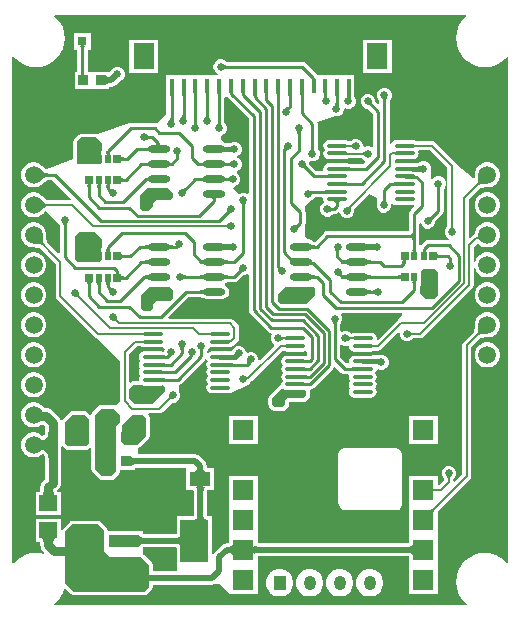
<source format=gtl>
G04*
G04 #@! TF.GenerationSoftware,Altium Limited,Altium Designer,22.11.1 (43)*
G04*
G04 Layer_Physical_Order=1*
G04 Layer_Color=255*
%FSLAX25Y25*%
%MOIN*%
G70*
G04*
G04 #@! TF.SameCoordinates,D2032E32-7B9E-4814-9484-8CEA1A25EAEB*
G04*
G04*
G04 #@! TF.FilePolarity,Positive*
G04*
G01*
G75*
%ADD11C,0.01000*%
%ADD15C,0.00600*%
%ADD21R,0.09843X0.04331*%
%ADD22R,0.09213X0.14173*%
%ADD23R,0.07000X0.07000*%
%ADD24R,0.02559X0.03150*%
%ADD25R,0.01968X0.03150*%
%ADD26O,0.06817X0.01350*%
%ADD27R,0.07087X0.08661*%
%ADD28R,0.01181X0.04921*%
%ADD29O,0.07480X0.02362*%
%ADD30R,0.03150X0.03150*%
%ADD31R,0.05102X0.06919*%
%ADD32R,0.06919X0.05102*%
%ADD51R,0.03175X0.03402*%
%ADD52R,0.03402X0.03175*%
%ADD53R,0.05906X0.05256*%
%ADD54C,0.03000*%
%ADD55C,0.02000*%
%ADD56C,0.01500*%
%ADD57O,0.03937X0.04724*%
%ADD58R,0.03937X0.04724*%
%ADD59C,0.05906*%
%ADD60C,0.02500*%
G36*
X151410Y196380D02*
X150678Y195779D01*
X149481Y194321D01*
X148592Y192658D01*
X148045Y190853D01*
X147860Y188976D01*
X148045Y187100D01*
X148592Y185295D01*
X149481Y183632D01*
X150678Y182174D01*
X152136Y180977D01*
X153799Y180088D01*
X155604Y179541D01*
X157480Y179356D01*
X159357Y179541D01*
X161162Y180088D01*
X162825Y180977D01*
X164283Y182174D01*
X164884Y182906D01*
X165354Y182737D01*
Y14113D01*
X164884Y13945D01*
X164283Y14677D01*
X162825Y15873D01*
X161162Y16762D01*
X159357Y17310D01*
X157480Y17494D01*
X155604Y17310D01*
X153799Y16762D01*
X152136Y15873D01*
X150678Y14677D01*
X149481Y13219D01*
X148592Y11556D01*
X148045Y9751D01*
X147860Y7874D01*
X148045Y5997D01*
X148592Y4192D01*
X149481Y2529D01*
X150678Y1071D01*
X151410Y471D01*
X151241Y0D01*
X14113D01*
X13945Y471D01*
X14677Y1071D01*
X15873Y2529D01*
X16762Y4192D01*
X17160Y5503D01*
X17645Y5625D01*
X19635Y3635D01*
X20032Y3370D01*
X20500Y3277D01*
X44000D01*
X44468Y3370D01*
X44865Y3635D01*
X46365Y5135D01*
X46630Y5532D01*
X46723Y6000D01*
Y6757D01*
X66500D01*
X67358Y6928D01*
X69172D01*
X71838Y4262D01*
Y4262D01*
X72300Y4170D01*
Y3800D01*
X81700D01*
Y13200D01*
Y16205D01*
X81728Y16213D01*
X81923Y16245D01*
X82053Y16257D01*
X131950D01*
X132083Y16245D01*
X132279Y16213D01*
X132300Y16207D01*
Y13800D01*
Y3800D01*
X141700D01*
Y13200D01*
Y23200D01*
Y31037D01*
X152581Y41919D01*
X152913Y42415D01*
X153029Y43000D01*
Y86024D01*
X156004Y88999D01*
X156017Y89006D01*
X156105Y89043D01*
X156254Y89089D01*
X156461Y89136D01*
X156695Y89173D01*
X157805Y89248D01*
X158242Y89249D01*
X158358Y89272D01*
X158814D01*
X159871Y89556D01*
X160818Y90102D01*
X161591Y90875D01*
X162137Y91822D01*
X162420Y92879D01*
Y93972D01*
X162137Y95028D01*
X161591Y95975D01*
X160818Y96748D01*
X159871Y97295D01*
X158814Y97578D01*
X157721D01*
X156665Y97295D01*
X155718Y96748D01*
X154945Y95975D01*
X154398Y95028D01*
X154115Y93972D01*
Y93515D01*
X154092Y93399D01*
X154090Y92941D01*
X154078Y92553D01*
X154018Y91864D01*
X153978Y91618D01*
X153932Y91412D01*
X153886Y91262D01*
X153849Y91174D01*
X153841Y91161D01*
X150419Y87739D01*
X150087Y87243D01*
X149971Y86658D01*
Y43633D01*
X147529Y41192D01*
X147029Y41399D01*
Y41990D01*
X147040Y42008D01*
X147058Y42035D01*
X147175Y42176D01*
X147251Y42254D01*
X147313Y42348D01*
X147577Y42612D01*
X147950Y43513D01*
Y44487D01*
X147577Y45388D01*
X146888Y46077D01*
X145987Y46450D01*
X145013D01*
X144112Y46077D01*
X143423Y45388D01*
X143050Y44487D01*
Y43513D01*
X143423Y42612D01*
X143687Y42348D01*
X143749Y42254D01*
X143836Y42164D01*
X143891Y42101D01*
X143932Y42049D01*
X143960Y42008D01*
X143971Y41990D01*
Y41633D01*
X142367Y40029D01*
X141700D01*
Y43200D01*
X132300D01*
Y33800D01*
Y23800D01*
Y20793D01*
X132279Y20787D01*
X132083Y20755D01*
X131950Y20743D01*
X82053D01*
X81923Y20755D01*
X81728Y20787D01*
X81700Y20795D01*
Y23200D01*
Y33200D01*
Y43200D01*
X72300D01*
Y33800D01*
Y23800D01*
Y20793D01*
X72279Y20787D01*
X72083Y20755D01*
X71950Y20743D01*
X71500D01*
X70642Y20572D01*
X69914Y20086D01*
X67414Y17586D01*
X66999Y16965D01*
X66499Y17072D01*
Y29787D01*
X64934D01*
X64926Y29815D01*
X64894Y30009D01*
X64882Y30140D01*
Y37896D01*
X64894Y38026D01*
X64926Y38221D01*
X64934Y38249D01*
X67299D01*
Y45751D01*
X64849D01*
X64829Y45884D01*
X64821Y45982D01*
Y46422D01*
X64650Y47281D01*
X64164Y48009D01*
X62586Y49586D01*
X61858Y50072D01*
X61000Y50243D01*
X41857D01*
Y52347D01*
X41968Y52370D01*
X42365Y52635D01*
X45365Y55635D01*
X45630Y56032D01*
X45724Y56500D01*
Y62500D01*
X45630Y62968D01*
X45365Y63365D01*
X45222Y63509D01*
X45413Y63971D01*
X49000D01*
X49585Y64087D01*
X50081Y64419D01*
X53135Y67472D01*
X53155Y67478D01*
X53187Y67483D01*
X53369Y67500D01*
X53478Y67501D01*
X53588Y67525D01*
X53962D01*
X54863Y67898D01*
X55552Y68587D01*
X55925Y69488D01*
Y70462D01*
X55552Y71363D01*
Y73287D01*
X55633Y73369D01*
X55633D01*
X56011Y73665D01*
X56328Y73876D01*
X64226Y81774D01*
X64318Y81912D01*
X64384Y81931D01*
X64885Y81879D01*
X65125Y81464D01*
X64783Y80952D01*
X64637Y80220D01*
X64783Y79488D01*
X65149Y78940D01*
X64783Y78393D01*
X64637Y77661D01*
X64783Y76929D01*
X65149Y76381D01*
X64783Y75834D01*
X64637Y75102D01*
X64783Y74370D01*
X65149Y73822D01*
X64783Y73275D01*
X64637Y72543D01*
X64783Y71811D01*
X65197Y71191D01*
X65818Y70777D01*
X66549Y70631D01*
X72016D01*
X72747Y70777D01*
X78388Y73423D01*
X79077Y74112D01*
X79127Y74232D01*
X79255Y74257D01*
X79752Y74589D01*
X90031Y84869D01*
X90398D01*
X90753Y84632D01*
X91484Y84486D01*
X96951D01*
X97682Y84632D01*
X97826Y84727D01*
X98267Y84492D01*
Y83079D01*
X97733D01*
X97586Y83083D01*
X97474Y83091D01*
X97447Y83095D01*
X97436Y83094D01*
X96951Y83191D01*
X91484D01*
X90753Y83045D01*
X90132Y82631D01*
X89718Y82011D01*
X89572Y81279D01*
X89718Y80547D01*
X90084Y80000D01*
X89718Y79452D01*
X89572Y78720D01*
X89718Y77988D01*
X90084Y77441D01*
X89718Y76893D01*
X89572Y76161D01*
X89718Y75429D01*
X90084Y74882D01*
X89718Y74334D01*
X89572Y73602D01*
X89152Y73154D01*
X89032Y73130D01*
X88635Y72865D01*
X85635Y69865D01*
X85370Y69468D01*
X85277Y69000D01*
Y67000D01*
X85370Y66532D01*
X85635Y66135D01*
X86635Y65135D01*
X87032Y64870D01*
X87500Y64776D01*
X90000D01*
X90468Y64870D01*
X90865Y65135D01*
X91865Y66135D01*
X92130Y66532D01*
X92224Y67000D01*
Y67777D01*
X97000Y67777D01*
X97468Y67870D01*
X97865Y68135D01*
X98865Y69135D01*
X99130Y69532D01*
X99224Y70000D01*
X99224Y71499D01*
X99218Y71542D01*
X99222Y71566D01*
X99562Y72014D01*
X99832Y72068D01*
X100395Y72443D01*
X106826Y78874D01*
X107083Y79259D01*
X107662Y79386D01*
X109554Y77494D01*
X110117Y77119D01*
X110780Y76987D01*
X111792D01*
X112202Y76487D01*
X112137Y76161D01*
X112283Y75429D01*
X112649Y74882D01*
X112283Y74334D01*
X112137Y73602D01*
X112283Y72870D01*
X112649Y72322D01*
X112283Y71775D01*
X112137Y71043D01*
X112283Y70311D01*
X112697Y69691D01*
X113318Y69277D01*
X114049Y69131D01*
X119516D01*
X120247Y69277D01*
X120868Y69691D01*
X121282Y70311D01*
X121428Y71043D01*
X121282Y71775D01*
X120916Y72322D01*
X121282Y72870D01*
X121428Y73602D01*
X121282Y74334D01*
X120916Y74882D01*
X121282Y75429D01*
X121428Y76161D01*
X121282Y76893D01*
X120916Y77441D01*
X121282Y77988D01*
X121384Y78498D01*
X121839Y78786D01*
X121914Y78798D01*
X122513Y78550D01*
X123487D01*
X124388Y78923D01*
X125077Y79612D01*
X125450Y80513D01*
Y81487D01*
X125077Y82388D01*
X124388Y83077D01*
X123487Y83450D01*
X122513D01*
X122075Y83269D01*
X122020Y83267D01*
X116782D01*
X116399Y83191D01*
X114049D01*
X113318Y83045D01*
X112697Y82631D01*
X112283Y82011D01*
X112137Y81279D01*
X112190Y81016D01*
X111871Y80618D01*
X111353Y80598D01*
X109233Y82718D01*
Y86649D01*
X109733Y86873D01*
X110513Y86550D01*
X111487D01*
X111715Y86644D01*
X112159Y86287D01*
X112283Y85666D01*
X112697Y85046D01*
X113318Y84632D01*
X114049Y84486D01*
X119516D01*
X120247Y84632D01*
X120602Y84869D01*
X121898D01*
X122483Y84985D01*
X122979Y85317D01*
X128550Y90887D01*
X129050Y90680D01*
Y90013D01*
X129423Y89112D01*
X130112Y88423D01*
X131013Y88050D01*
X131987D01*
X132888Y88423D01*
X133152Y88687D01*
X133246Y88749D01*
X133336Y88836D01*
X133398Y88891D01*
X133451Y88932D01*
X133492Y88960D01*
X133510Y88971D01*
X136026D01*
X136611Y89087D01*
X137107Y89419D01*
X153281Y105593D01*
X153613Y106089D01*
X153729Y106675D01*
Y112386D01*
X154229Y112452D01*
X154398Y111822D01*
X154945Y110875D01*
X155718Y110102D01*
X156665Y109555D01*
X157721Y109273D01*
X158814D01*
X159871Y109555D01*
X160818Y110102D01*
X161591Y110875D01*
X162137Y111822D01*
X162420Y112879D01*
Y113972D01*
X162137Y115028D01*
X161591Y115975D01*
X160818Y116748D01*
X159871Y117295D01*
X158814Y117578D01*
X157721D01*
X156665Y117295D01*
X155718Y116748D01*
X154945Y115975D01*
X154398Y115028D01*
X154229Y114399D01*
X153729Y114465D01*
Y119367D01*
X155034Y120671D01*
X155131Y120669D01*
X155201Y120619D01*
X155718Y120102D01*
X156665Y119555D01*
X157721Y119272D01*
X158814D01*
X159871Y119555D01*
X160818Y120102D01*
X161591Y120875D01*
X162137Y121822D01*
X162420Y122879D01*
Y123972D01*
X162137Y125028D01*
X161591Y125975D01*
X160818Y126748D01*
X159871Y127295D01*
X158814Y127578D01*
X157721D01*
X156665Y127295D01*
X155718Y126748D01*
X154945Y125975D01*
X154398Y125028D01*
X154115Y123972D01*
Y123841D01*
X154025Y123823D01*
X153529Y123492D01*
X152591Y122554D01*
X152129Y122746D01*
Y135124D01*
X156004Y138998D01*
X156017Y139006D01*
X156105Y139043D01*
X156254Y139089D01*
X156461Y139136D01*
X156695Y139173D01*
X157805Y139248D01*
X158242Y139249D01*
X158358Y139272D01*
X158814D01*
X159871Y139556D01*
X160818Y140102D01*
X161591Y140875D01*
X162137Y141822D01*
X162420Y142878D01*
Y143972D01*
X162137Y145028D01*
X161591Y145975D01*
X160818Y146748D01*
X159871Y147295D01*
X158814Y147578D01*
X157721D01*
X156665Y147295D01*
X155718Y146748D01*
X154945Y145975D01*
X154398Y145028D01*
X154115Y143972D01*
Y143515D01*
X154092Y143399D01*
X154090Y142941D01*
X154078Y142553D01*
X154071Y142477D01*
X153551Y142264D01*
X147913Y147085D01*
X147581Y147581D01*
X140903Y154260D01*
X140407Y154591D01*
X139822Y154708D01*
X134602D01*
X134247Y154945D01*
X133516Y155090D01*
X128049D01*
X127318Y154945D01*
X126697Y154530D01*
X126283Y153910D01*
X126233Y153661D01*
X125733Y153710D01*
Y168216D01*
X125733Y168218D01*
X125738Y168235D01*
X125740Y168241D01*
X125769Y168272D01*
X125821Y168357D01*
X126077Y168612D01*
X126450Y169513D01*
Y170487D01*
X126077Y171388D01*
X125388Y172077D01*
X124487Y172450D01*
X123513D01*
X122612Y172077D01*
X121923Y171388D01*
X121550Y170487D01*
Y169513D01*
X121923Y168612D01*
X122179Y168357D01*
X122231Y168272D01*
X122260Y168241D01*
X122262Y168235D01*
X122266Y168218D01*
X122267Y168216D01*
Y167338D01*
X121805Y167147D01*
X120987Y167964D01*
X120986Y167965D01*
X120977Y167981D01*
X120974Y167986D01*
X120973Y168028D01*
X120950Y168126D01*
Y168487D01*
X120577Y169388D01*
X119888Y170077D01*
X118987Y170450D01*
X118013D01*
X117112Y170077D01*
X116423Y169388D01*
X116050Y168487D01*
Y167513D01*
X116423Y166612D01*
X117112Y165923D01*
X118013Y165550D01*
X118374D01*
X118472Y165527D01*
X118514Y165526D01*
X118519Y165523D01*
X118535Y165514D01*
X118536Y165513D01*
X120267Y163782D01*
Y152851D01*
X119767Y152627D01*
X118987Y152950D01*
X118013D01*
X117450Y152717D01*
X116950Y153051D01*
Y153487D01*
X116577Y154388D01*
X115888Y155077D01*
X114987Y155450D01*
X114013D01*
X113112Y155077D01*
X112944Y154909D01*
X112900Y154886D01*
X112692Y154717D01*
X112639Y154680D01*
X112585Y154646D01*
X112545Y154624D01*
X112531Y154619D01*
X112171D01*
X112150Y154632D01*
X112109Y154674D01*
X112066Y154691D01*
X112031Y154721D01*
X112002Y154731D01*
X111682Y154945D01*
X110951Y155090D01*
X105484D01*
X104753Y154945D01*
X104132Y154530D01*
X103718Y153910D01*
X103572Y153178D01*
X103718Y152447D01*
X104084Y151899D01*
X103718Y151351D01*
X103572Y150619D01*
X103718Y149888D01*
X104132Y149267D01*
X104753Y148853D01*
X105484Y148707D01*
X110951D01*
X111364Y148790D01*
X111413Y148788D01*
X111430Y148794D01*
X111448D01*
X111503Y148817D01*
X111682Y148853D01*
X111813Y148940D01*
X111859Y148958D01*
X111909Y148989D01*
X111926Y148998D01*
X111944Y149006D01*
X111961Y149013D01*
X111979Y149019D01*
X111999Y149024D01*
X112021Y149029D01*
X112030Y149030D01*
X116464D01*
X116494Y149009D01*
X116537Y148971D01*
X116591Y148920D01*
X116674Y148832D01*
X116777Y148758D01*
X117112Y148423D01*
X117573Y148232D01*
X117691Y147642D01*
X117282Y147233D01*
X111962D01*
X111821Y147240D01*
X111703Y147253D01*
X111682Y147267D01*
X111364Y147330D01*
X111317Y147344D01*
X111303Y147342D01*
X110951Y147412D01*
X105484D01*
X104753Y147267D01*
X104132Y146852D01*
X103718Y146232D01*
X103572Y145500D01*
X103637Y145175D01*
X103227Y144675D01*
X101277D01*
X98987Y146964D01*
X98986Y146966D01*
X98977Y146981D01*
X98974Y146986D01*
X98973Y147028D01*
X98950Y147126D01*
Y147487D01*
X98823Y147795D01*
X99205Y148177D01*
X99513Y148050D01*
X100487D01*
X101388Y148423D01*
X102077Y149112D01*
X102450Y150013D01*
Y150987D01*
X102077Y151888D01*
X101821Y152144D01*
X101769Y152228D01*
X101740Y152259D01*
X101738Y152265D01*
X101734Y152283D01*
X101733Y152284D01*
Y160500D01*
X101601Y161163D01*
X107486Y163024D01*
X107486Y163024D01*
X107955Y163050D01*
X108487D01*
X109388Y163423D01*
X110077Y164112D01*
X110450Y165013D01*
Y165449D01*
X110950Y165783D01*
X111513Y165550D01*
X112487D01*
X113388Y165923D01*
X114077Y166612D01*
X114450Y167513D01*
Y168487D01*
X114077Y169388D01*
X113995Y169470D01*
Y170448D01*
X114002Y170470D01*
X113996Y170526D01*
X114007Y170581D01*
X113995Y170639D01*
Y176690D01*
X110558D01*
X110414Y176690D01*
Y176690D01*
X110058D01*
Y176690D01*
X106621D01*
X106477Y176690D01*
Y176690D01*
X106121D01*
Y176690D01*
X102684D01*
X102540Y176690D01*
Y176690D01*
X102184D01*
Y176690D01*
X101684D01*
X101529Y176923D01*
X97726Y180726D01*
X97163Y181101D01*
X96500Y181233D01*
X71232D01*
X71231Y181234D01*
X71213Y181238D01*
X71207Y181240D01*
X71176Y181269D01*
X71092Y181321D01*
X70836Y181577D01*
X69935Y181950D01*
X68961D01*
X68060Y181577D01*
X67371Y180888D01*
X66998Y179987D01*
Y179013D01*
X67371Y178112D01*
X68060Y177423D01*
X68622Y177190D01*
X68523Y176690D01*
X67107D01*
Y176690D01*
X66751D01*
Y176690D01*
X63170D01*
X63170Y176690D01*
X62814D01*
Y176690D01*
X62670Y176690D01*
X59233D01*
X59233Y176690D01*
X58877D01*
Y176690D01*
X58733Y176690D01*
X55296D01*
Y176690D01*
X54940D01*
Y176690D01*
X51359D01*
Y173043D01*
X51341Y172955D01*
Y163780D01*
X48163Y160601D01*
X47500Y160733D01*
X39500D01*
X38837Y160601D01*
X28468Y157130D01*
X28000Y157223D01*
X23000D01*
X22532Y157130D01*
X22135Y156865D01*
X20635Y155365D01*
X20370Y154968D01*
X20277Y154500D01*
Y148866D01*
X11411Y145269D01*
X11242Y145363D01*
X11047Y145491D01*
X10842Y145645D01*
X10330Y146092D01*
X10054Y146364D01*
X9958Y146427D01*
X9636Y146748D01*
X8689Y147295D01*
X7633Y147578D01*
X6540D01*
X5484Y147295D01*
X4537Y146748D01*
X3764Y145975D01*
X3217Y145028D01*
X2934Y143972D01*
Y142878D01*
X3217Y141822D01*
X3764Y140875D01*
X4537Y140102D01*
X5484Y139556D01*
X6540Y139272D01*
X7633D01*
X8689Y139556D01*
X9636Y140102D01*
X9958Y140423D01*
X10054Y140487D01*
X10330Y140759D01*
X10842Y141205D01*
X11047Y141359D01*
X11242Y141487D01*
X11411Y141581D01*
X11550Y141644D01*
X11657Y141680D01*
X11712Y141692D01*
X13357D01*
X19594Y135455D01*
X19387Y134955D01*
X11817D01*
X11803Y134958D01*
X11715Y134994D01*
X11577Y135067D01*
X11398Y135181D01*
X11206Y135320D01*
X10368Y136052D01*
X10058Y136360D01*
X9960Y136425D01*
X9636Y136748D01*
X8689Y137295D01*
X7633Y137578D01*
X6540D01*
X5484Y137295D01*
X4537Y136748D01*
X3764Y135975D01*
X3217Y135028D01*
X2934Y133972D01*
Y132878D01*
X3217Y131822D01*
X3764Y130875D01*
X4537Y130102D01*
X5484Y129555D01*
X6540Y129272D01*
X7633D01*
X8689Y129555D01*
X9636Y130102D01*
X9960Y130425D01*
X10058Y130491D01*
X10383Y130814D01*
X10666Y131079D01*
X11196Y131524D01*
X15415Y127131D01*
X15423Y127112D01*
X15679Y126857D01*
X15731Y126772D01*
X15760Y126741D01*
X15762Y126735D01*
X15766Y126717D01*
X15767Y126716D01*
Y117561D01*
X15305Y117370D01*
X11513Y121161D01*
X11506Y121174D01*
X11469Y121262D01*
X11423Y121412D01*
X11376Y121618D01*
X11339Y121852D01*
X11264Y122962D01*
X11263Y123399D01*
X11239Y123515D01*
Y123972D01*
X10956Y125028D01*
X10410Y125975D01*
X9636Y126748D01*
X8689Y127295D01*
X7633Y127578D01*
X6540D01*
X5484Y127295D01*
X4537Y126748D01*
X3764Y125975D01*
X3217Y125028D01*
X2934Y123972D01*
Y122879D01*
X3217Y121822D01*
X3764Y120875D01*
X4537Y120102D01*
X5484Y119555D01*
X6540Y119272D01*
X6997D01*
X7112Y119249D01*
X7570Y119248D01*
X7959Y119235D01*
X8647Y119175D01*
X8894Y119136D01*
X9100Y119089D01*
X9250Y119043D01*
X9338Y119006D01*
X9350Y118999D01*
X14471Y113878D01*
Y103000D01*
X14587Y102415D01*
X14919Y101919D01*
X27462Y89376D01*
X27580Y89296D01*
X27958Y89000D01*
X27958D01*
X35971Y81527D01*
Y68000D01*
X34509Y66603D01*
X34468Y66630D01*
X34000Y66724D01*
X29500D01*
X29032Y66630D01*
X28635Y66365D01*
X26635Y64365D01*
X26370Y63968D01*
X26303Y63634D01*
X25824Y63406D01*
X24865Y64365D01*
X24468Y64630D01*
X24000Y64723D01*
X20000D01*
X19532Y64630D01*
X19135Y64365D01*
X16635Y61865D01*
X16599Y61811D01*
X16035Y61867D01*
X15906Y62177D01*
X15473Y62741D01*
X13208Y65007D01*
X12644Y65439D01*
X11987Y65711D01*
X11282Y65804D01*
X10508D01*
X10410Y65975D01*
X9636Y66748D01*
X8689Y67295D01*
X7633Y67578D01*
X6540D01*
X5484Y67295D01*
X4537Y66748D01*
X3764Y65975D01*
X3217Y65028D01*
X2934Y63972D01*
Y62879D01*
X3217Y61822D01*
X3764Y60875D01*
X4537Y60102D01*
X5484Y59556D01*
X6540Y59272D01*
X7633D01*
X8689Y59556D01*
X9636Y60102D01*
X9724Y60189D01*
X10322D01*
X10824Y59688D01*
Y57961D01*
X10800Y57494D01*
X10738Y57147D01*
X10650Y56882D01*
X10546Y56689D01*
X10465Y56590D01*
X10005Y56410D01*
X9934Y56451D01*
X9636Y56748D01*
X8689Y57295D01*
X7633Y57578D01*
X6540D01*
X5484Y57295D01*
X4537Y56748D01*
X3764Y55975D01*
X3217Y55028D01*
X2934Y53972D01*
Y52878D01*
X3217Y51822D01*
X3764Y50875D01*
X4537Y50102D01*
X5484Y49556D01*
X6540Y49272D01*
X7633D01*
X8689Y49556D01*
X9636Y50102D01*
X9934Y50400D01*
X10005Y50441D01*
X10465Y50260D01*
X10546Y50161D01*
X10650Y49968D01*
X10738Y49704D01*
X10800Y49356D01*
X10824Y48889D01*
Y42023D01*
X10074Y41273D01*
X9641Y40709D01*
X9369Y40052D01*
X9286Y39416D01*
X9277Y39376D01*
X9265Y38888D01*
X9234Y38497D01*
X9187Y38181D01*
X9130Y37945D01*
X9085Y37824D01*
X7847D01*
Y30168D01*
X16153D01*
Y37824D01*
X14915D01*
X14870Y37945D01*
X14813Y38181D01*
X14796Y38292D01*
X15473Y38969D01*
X15906Y39533D01*
X16178Y40190D01*
X16271Y40895D01*
Y52806D01*
X16771Y52999D01*
X17635Y52135D01*
X18032Y51870D01*
X18500Y51776D01*
X24500D01*
X24968Y51870D01*
X25365Y52135D01*
X25815Y52584D01*
X26276Y52393D01*
Y45500D01*
X26370Y45032D01*
X26635Y44635D01*
X29135Y42135D01*
X29532Y41870D01*
X30000Y41776D01*
X33000D01*
X33468Y41870D01*
X33865Y42135D01*
X35365Y43635D01*
X35630Y44032D01*
X35724Y44500D01*
Y45099D01*
X39518D01*
X39575Y45088D01*
X39633Y45099D01*
X40788D01*
Y45730D01*
X41101Y45757D01*
X57482D01*
X57979Y45751D01*
Y38249D01*
X60344D01*
X60352Y38221D01*
X60384Y38026D01*
X60396Y37896D01*
Y30140D01*
X60384Y30009D01*
X60352Y29815D01*
X60344Y29787D01*
X54887D01*
Y23793D01*
X54866Y23787D01*
X54669Y23755D01*
X54537Y23743D01*
X43778D01*
X43646Y23755D01*
X43449Y23787D01*
X43429Y23793D01*
Y24865D01*
X31723D01*
Y25000D01*
X31630Y25468D01*
X31365Y25865D01*
X29365Y27865D01*
X28968Y28130D01*
X28500Y28223D01*
X20000D01*
X19980Y28220D01*
X19961Y28223D01*
X19747Y28173D01*
X19532Y28130D01*
X19515Y28119D01*
X19496Y28115D01*
X19317Y27987D01*
X19135Y27865D01*
X19124Y27849D01*
X19107Y27837D01*
X16653Y25218D01*
X16461Y25240D01*
X16153Y25386D01*
Y28828D01*
X7847D01*
Y21172D01*
X9183D01*
X9208Y21046D01*
X9269Y20387D01*
X9277Y19976D01*
X9285Y19941D01*
X9369Y19295D01*
X9641Y18638D01*
X10074Y18074D01*
X10586Y17563D01*
X10328Y17134D01*
X9751Y17310D01*
X7874Y17494D01*
X5997Y17310D01*
X4192Y16762D01*
X2529Y15873D01*
X1071Y14677D01*
X471Y13945D01*
X0Y14113D01*
Y182737D01*
X471Y182906D01*
X1071Y182174D01*
X2529Y180977D01*
X4192Y180088D01*
X5997Y179541D01*
X7874Y179356D01*
X9751Y179541D01*
X11556Y180088D01*
X13219Y180977D01*
X14677Y182174D01*
X15873Y183632D01*
X16762Y185295D01*
X17310Y187100D01*
X17494Y188976D01*
X17310Y190853D01*
X16762Y192658D01*
X15873Y194321D01*
X14677Y195779D01*
X13945Y196380D01*
X14113Y196850D01*
X151241D01*
X151410Y196380D01*
D02*
G37*
G36*
X70417Y180304D02*
X70499Y180240D01*
X70585Y180184D01*
X70678Y180135D01*
X70775Y180094D01*
X70878Y180060D01*
X70987Y180034D01*
X71100Y180015D01*
X71219Y180004D01*
X71344Y180000D01*
Y179000D01*
X71219Y178996D01*
X71100Y178985D01*
X70987Y178966D01*
X70878Y178940D01*
X70775Y178906D01*
X70678Y178865D01*
X70585Y178816D01*
X70499Y178760D01*
X70417Y178696D01*
X70341Y178625D01*
Y180375D01*
X70417Y180304D01*
D02*
G37*
G36*
X112751Y170571D02*
X112722Y170541D01*
X112697Y170491D01*
X112675Y170421D01*
X112656Y170331D01*
X112641Y170221D01*
X112621Y169941D01*
X112617Y169734D01*
X112618Y169715D01*
X112628Y169596D01*
X112645Y169481D01*
X112668Y169371D01*
X112699Y169266D01*
X112736Y169165D01*
X112780Y169069D01*
X112831Y168978D01*
X112889Y168891D01*
X112953Y168809D01*
X111210Y168969D01*
X111287Y169038D01*
X111356Y169113D01*
X111416Y169194D01*
X111469Y169282D01*
X111513Y169376D01*
X111549Y169476D01*
X111578Y169582D01*
X111598Y169695D01*
X111610Y169814D01*
X111614Y169939D01*
X111618Y169939D01*
X111626Y170581D01*
X112783D01*
X112751Y170571D01*
D02*
G37*
G36*
X108814D02*
X108785Y170541D01*
X108760Y170491D01*
X108738Y170421D01*
X108719Y170331D01*
X108704Y170221D01*
X108684Y169941D01*
X108677Y169581D01*
X107677D01*
X107689Y170581D01*
X108846D01*
X108814Y170571D01*
D02*
G37*
G36*
X97038D02*
X97040Y170541D01*
X97046Y170091D01*
X97047Y169581D01*
X96047D01*
X96046Y169771D01*
X96005Y170331D01*
X95986Y170421D01*
X95964Y170491D01*
X95939Y170541D01*
X95910Y170571D01*
X95878Y170581D01*
X97035D01*
X97038Y170571D01*
D02*
G37*
G36*
X93080D02*
X93063Y170541D01*
X93048Y170491D01*
X93035Y170421D01*
X93025Y170331D01*
X93009Y170091D01*
X93000Y169581D01*
X92000D01*
X91999Y169771D01*
X91952Y170571D01*
X91941Y170581D01*
X93098D01*
X93080Y170571D01*
D02*
G37*
G36*
X89146D02*
X89133Y170541D01*
X89121Y170491D01*
X89111Y170421D01*
X89095Y170221D01*
X89083Y169581D01*
X88083D01*
X88082Y169771D01*
X88032Y170541D01*
X88019Y170571D01*
X88004Y170581D01*
X89161D01*
X89146Y170571D01*
D02*
G37*
G36*
X85209D02*
X85196Y170541D01*
X85184Y170491D01*
X85174Y170421D01*
X85158Y170221D01*
X85146Y169581D01*
X84146D01*
X84145Y169771D01*
X84095Y170541D01*
X84082Y170571D01*
X84067Y170581D01*
X85224D01*
X85209Y170571D01*
D02*
G37*
G36*
X81272D02*
X81259Y170541D01*
X81247Y170491D01*
X81237Y170421D01*
X81221Y170221D01*
X81209Y169581D01*
X80209D01*
X80208Y169771D01*
X80158Y170541D01*
X80145Y170571D01*
X80130Y170581D01*
X81287D01*
X81272Y170571D01*
D02*
G37*
G36*
X69471D02*
X69466Y170541D01*
X69462Y170491D01*
X69451Y170091D01*
X69449Y169581D01*
X68449D01*
X68448Y169771D01*
X68402Y170421D01*
X68385Y170491D01*
X68366Y170541D01*
X68344Y170571D01*
X68319Y170581D01*
X69476D01*
X69471Y170571D01*
D02*
G37*
G36*
X65528D02*
X65518Y170541D01*
X65509Y170491D01*
X65501Y170421D01*
X65486Y170091D01*
X65480Y169581D01*
X64480D01*
X64479Y169771D01*
X64432Y170491D01*
X64417Y170541D01*
X64401Y170571D01*
X64382Y170581D01*
X65539D01*
X65528Y170571D01*
D02*
G37*
G36*
X61585D02*
X61570Y170541D01*
X61556Y170491D01*
X61544Y170421D01*
X61534Y170331D01*
X61515Y169941D01*
X61512Y169581D01*
X60512D01*
X60511Y169771D01*
X60458Y170571D01*
X60445Y170581D01*
X61602D01*
X61585Y170571D01*
D02*
G37*
G36*
X57642D02*
X57621Y170541D01*
X57603Y170491D01*
X57587Y170421D01*
X57574Y170331D01*
X57554Y170091D01*
X57543Y169581D01*
X56543D01*
X56508Y170581D01*
X57665D01*
X57642Y170571D01*
D02*
G37*
G36*
X53699D02*
X53673Y170541D01*
X53650Y170491D01*
X53630Y170421D01*
X53613Y170331D01*
X53599Y170221D01*
X53581Y169941D01*
X53575Y169581D01*
X52575D01*
X52571Y170581D01*
X53728D01*
X53699Y170571D01*
D02*
G37*
G36*
X104894D02*
X104881Y170541D01*
X104869Y170491D01*
X104859Y170421D01*
X104843Y170221D01*
X104835Y169824D01*
X104847Y169711D01*
X104868Y169599D01*
X104897Y169494D01*
X104935Y169396D01*
X104980Y169304D01*
X105034Y169219D01*
X105096Y169140D01*
X105167Y169068D01*
X105246Y169003D01*
X103512Y168766D01*
X103573Y168850D01*
X103627Y168939D01*
X103675Y169032D01*
X103716Y169130D01*
X103751Y169231D01*
X103780Y169337D01*
X103802Y169448D01*
X103818Y169563D01*
X103828Y169682D01*
X103830Y169772D01*
X103780Y170541D01*
X103767Y170571D01*
X103752Y170581D01*
X104909D01*
X104894Y170571D01*
D02*
G37*
G36*
X124804Y169031D02*
X124740Y168950D01*
X124684Y168863D01*
X124635Y168770D01*
X124594Y168673D01*
X124560Y168570D01*
X124534Y168462D01*
X124515Y168348D01*
X124504Y168229D01*
X124500Y168104D01*
X123500D01*
X123496Y168229D01*
X123485Y168348D01*
X123466Y168462D01*
X123440Y168570D01*
X123406Y168673D01*
X123365Y168770D01*
X123316Y168863D01*
X123260Y168950D01*
X123196Y169031D01*
X123125Y169107D01*
X124875D01*
X124804Y169031D01*
D02*
G37*
G36*
X119753Y167883D02*
X119766Y167780D01*
X119788Y167679D01*
X119818Y167580D01*
X119858Y167481D01*
X119907Y167385D01*
X119965Y167289D01*
X120032Y167196D01*
X120109Y167104D01*
X120194Y167013D01*
X119487Y166306D01*
X119396Y166391D01*
X119304Y166468D01*
X119211Y166535D01*
X119115Y166593D01*
X119019Y166642D01*
X118920Y166682D01*
X118821Y166712D01*
X118719Y166734D01*
X118617Y166747D01*
X118512Y166750D01*
X119750Y167988D01*
X119753Y167883D01*
D02*
G37*
G36*
X108677Y167301D02*
X108680Y167177D01*
X108690Y167058D01*
X108705Y166943D01*
X108728Y166832D01*
X108756Y166726D01*
X108791Y166624D01*
X108832Y166526D01*
X108879Y166433D01*
X108933Y166344D01*
X108993Y166260D01*
X107260Y166508D01*
X107340Y166572D01*
X107410Y166644D01*
X107473Y166722D01*
X107527Y166806D01*
X107573Y166898D01*
X107610Y166997D01*
X107640Y167102D01*
X107660Y167213D01*
X107673Y167332D01*
X107677Y167458D01*
X108677Y167301D01*
D02*
G37*
G36*
X92685Y165751D02*
X92598Y165658D01*
X92524Y165566D01*
X92461Y165472D01*
X92410Y165378D01*
X92370Y165283D01*
X92342Y165188D01*
X92326Y165092D01*
X92321Y164995D01*
X92328Y164897D01*
X92346Y164799D01*
X90858Y165719D01*
X90956Y165745D01*
X91053Y165777D01*
X91149Y165816D01*
X91244Y165861D01*
X91338Y165913D01*
X91431Y165972D01*
X91523Y166037D01*
X91704Y166188D01*
X91793Y166273D01*
X92685Y165751D01*
D02*
G37*
G36*
X65484Y163279D02*
X65496Y163161D01*
X65515Y163047D01*
X65541Y162939D01*
X65575Y162837D01*
X65617Y162739D01*
X65667Y162648D01*
X65724Y162562D01*
X65789Y162481D01*
X65861Y162406D01*
X64111Y162379D01*
X64181Y162456D01*
X64244Y162539D01*
X64299Y162626D01*
X64347Y162719D01*
X64388Y162818D01*
X64421Y162921D01*
X64447Y163030D01*
X64466Y163144D01*
X64477Y163263D01*
X64480Y163387D01*
X65480Y163404D01*
X65484Y163279D01*
D02*
G37*
G36*
X57543Y163376D02*
X57547Y163252D01*
X57558Y163132D01*
X57576Y163018D01*
X57601Y162909D01*
X57634Y162805D01*
X57674Y162707D01*
X57721Y162613D01*
X57775Y162524D01*
X57837Y162440D01*
X57905Y162362D01*
X56156Y162423D01*
X56230Y162496D01*
X56296Y162575D01*
X56354Y162660D01*
X56404Y162751D01*
X56447Y162847D01*
X56481Y162949D01*
X56508Y163057D01*
X56528Y163170D01*
X56539Y163289D01*
X56543Y163414D01*
X57543Y163376D01*
D02*
G37*
G36*
X53575Y162410D02*
X53578Y162286D01*
X53589Y162167D01*
X53606Y162053D01*
X53631Y161943D01*
X53663Y161838D01*
X53702Y161739D01*
X53747Y161644D01*
X53800Y161554D01*
X53860Y161469D01*
X53927Y161389D01*
X52180Y161494D01*
X52255Y161565D01*
X52322Y161643D01*
X52381Y161726D01*
X52433Y161815D01*
X52476Y161910D01*
X52512Y162012D01*
X52539Y162119D01*
X52559Y162232D01*
X52571Y162351D01*
X52575Y162476D01*
X53575Y162410D01*
D02*
G37*
G36*
X61512Y160890D02*
X61516Y160766D01*
X61527Y160647D01*
X61545Y160533D01*
X61571Y160425D01*
X61605Y160321D01*
X61646Y160223D01*
X61694Y160131D01*
X61750Y160043D01*
X61813Y159961D01*
X61883Y159884D01*
X60133Y159901D01*
X60205Y159976D01*
X60270Y160057D01*
X60326Y160144D01*
X60376Y160236D01*
X60417Y160333D01*
X60451Y160435D01*
X60478Y160544D01*
X60497Y160657D01*
X60508Y160776D01*
X60512Y160901D01*
X61512Y160890D01*
D02*
G37*
G36*
X69453Y160792D02*
X69464Y160673D01*
X69484Y160560D01*
X69511Y160452D01*
X69546Y160351D01*
X69589Y160255D01*
X69639Y160164D01*
X69698Y160080D01*
X69764Y160001D01*
X69838Y159928D01*
X68089Y159856D01*
X68158Y159935D01*
X68219Y160019D01*
X68273Y160108D01*
X68319Y160202D01*
X68359Y160301D01*
X68391Y160406D01*
X68417Y160515D01*
X68435Y160629D01*
X68445Y160748D01*
X68449Y160872D01*
X69449Y160917D01*
X69453Y160792D01*
D02*
G37*
G36*
X96304Y158031D02*
X96240Y157950D01*
X96184Y157863D01*
X96135Y157770D01*
X96094Y157673D01*
X96060Y157570D01*
X96034Y157462D01*
X96015Y157348D01*
X96004Y157229D01*
X96000Y157104D01*
X95000D01*
X94996Y157229D01*
X94985Y157348D01*
X94966Y157462D01*
X94940Y157570D01*
X94906Y157673D01*
X94865Y157770D01*
X94816Y157863D01*
X94760Y157950D01*
X94696Y158031D01*
X94625Y158107D01*
X96375D01*
X96304Y158031D01*
D02*
G37*
G36*
X44969Y156804D02*
X45050Y156740D01*
X45137Y156684D01*
X45230Y156635D01*
X45327Y156594D01*
X45430Y156560D01*
X45538Y156534D01*
X45652Y156515D01*
X45771Y156504D01*
X45896Y156500D01*
Y155500D01*
X45771Y155496D01*
X45652Y155485D01*
X45538Y155466D01*
X45430Y155440D01*
X45327Y155406D01*
X45230Y155365D01*
X45137Y155316D01*
X45050Y155260D01*
X44969Y155196D01*
X44893Y155125D01*
Y156875D01*
X44969Y156804D01*
D02*
G37*
G36*
X48909Y153919D02*
X48921Y153761D01*
X48942Y153622D01*
X48971Y153501D01*
X49009Y153399D01*
X49055Y153316D01*
X49109Y153251D01*
X49171Y153204D01*
X49242Y153176D01*
X49321Y153167D01*
X47489D01*
X47568Y153176D01*
X47638Y153204D01*
X47701Y153251D01*
X47755Y153316D01*
X47801Y153399D01*
X47838Y153501D01*
X47867Y153622D01*
X47888Y153761D01*
X47901Y153919D01*
X47905Y154095D01*
X48905D01*
X48909Y153919D01*
D02*
G37*
G36*
X133814Y153713D02*
X133841Y153664D01*
X133887Y153620D01*
X133950Y153583D01*
X134032Y153551D01*
X134132Y153525D01*
X134250Y153504D01*
X134386Y153490D01*
X134713Y153478D01*
Y152878D01*
X134540Y152875D01*
X134250Y152852D01*
X134132Y152832D01*
X134032Y152806D01*
X133950Y152774D01*
X133887Y152736D01*
X133841Y152693D01*
X133814Y152643D01*
X133805Y152588D01*
Y153768D01*
X133814Y153713D01*
D02*
G37*
G36*
X111469Y153606D02*
X111516Y153560D01*
X111572Y153520D01*
X111636Y153485D01*
X111707Y153456D01*
X111787Y153432D01*
X111874Y153413D01*
X111970Y153400D01*
X112074Y153392D01*
X112185Y153389D01*
X112088Y152789D01*
X111985Y152787D01*
X111788Y152768D01*
X111695Y152751D01*
X111606Y152730D01*
X111519Y152704D01*
X111437Y152674D01*
X111357Y152638D01*
X111282Y152598D01*
X111209Y152553D01*
X111429Y153656D01*
X111469Y153606D01*
D02*
G37*
G36*
X113547Y152191D02*
X113445Y152304D01*
X113344Y152406D01*
X113241Y152496D01*
X113139Y152574D01*
X113036Y152640D01*
X112933Y152693D01*
X112829Y152735D01*
X112726Y152765D01*
X112622Y152783D01*
X112518Y152789D01*
X112562Y153389D01*
X112662Y153395D01*
X112764Y153411D01*
X112868Y153438D01*
X112975Y153477D01*
X113085Y153526D01*
X113197Y153586D01*
X113312Y153657D01*
X113429Y153739D01*
X113672Y153936D01*
X113547Y152191D01*
D02*
G37*
G36*
X100504Y152271D02*
X100515Y152152D01*
X100534Y152039D01*
X100560Y151930D01*
X100594Y151827D01*
X100635Y151730D01*
X100684Y151637D01*
X100740Y151550D01*
X100804Y151469D01*
X100875Y151393D01*
X99125D01*
X99196Y151469D01*
X99260Y151550D01*
X99316Y151637D01*
X99365Y151730D01*
X99406Y151827D01*
X99440Y151930D01*
X99466Y152039D01*
X99485Y152152D01*
X99496Y152271D01*
X99500Y152396D01*
X100500D01*
X100504Y152271D01*
D02*
G37*
G36*
X91988Y151750D02*
X91883Y151747D01*
X91781Y151734D01*
X91679Y151712D01*
X91580Y151681D01*
X91481Y151642D01*
X91385Y151593D01*
X91290Y151535D01*
X91196Y151468D01*
X91104Y151391D01*
X91013Y151306D01*
X90306Y152013D01*
X90391Y152104D01*
X90468Y152196D01*
X90535Y152289D01*
X90593Y152385D01*
X90642Y152481D01*
X90681Y152580D01*
X90712Y152679D01*
X90734Y152780D01*
X90747Y152883D01*
X90750Y152988D01*
X91988Y151750D01*
D02*
G37*
G36*
X73107Y151125D02*
X73077Y151149D01*
X73034Y151170D01*
X72979Y151189D01*
X72911Y151205D01*
X72832Y151219D01*
X72636Y151239D01*
X72391Y151249D01*
X72250Y151250D01*
Y152750D01*
X72391Y152751D01*
X72832Y152781D01*
X72911Y152795D01*
X72979Y152811D01*
X73034Y152830D01*
X73077Y152851D01*
X73107Y152875D01*
Y151125D01*
D02*
G37*
G36*
X45579Y151010D02*
X45565Y151103D01*
X45521Y151186D01*
X45449Y151260D01*
X45347Y151323D01*
X45217Y151377D01*
X45058Y151421D01*
X44869Y151456D01*
X44652Y151480D01*
X44406Y151495D01*
X44131Y151500D01*
Y152500D01*
X44406Y152505D01*
X44869Y152544D01*
X45058Y152578D01*
X45217Y152623D01*
X45347Y152677D01*
X45449Y152740D01*
X45521Y152814D01*
X45565Y152897D01*
X45579Y152990D01*
Y151010D01*
D02*
G37*
G36*
X70482Y152970D02*
X70586Y152924D01*
X70712Y152883D01*
X70860Y152848D01*
X71030Y152818D01*
X71435Y152774D01*
X71929Y152753D01*
X72209Y152750D01*
Y151250D01*
X71929Y151247D01*
X71030Y151182D01*
X70860Y151152D01*
X70712Y151117D01*
X70586Y151076D01*
X70482Y151030D01*
X70401Y150979D01*
Y153021D01*
X70482Y152970D01*
D02*
G37*
G36*
X32356Y151163D02*
X32370Y150996D01*
X32394Y150848D01*
X32427Y150719D01*
X32469Y150611D01*
X32521Y150522D01*
X32582Y150453D01*
X32653Y150404D01*
X32734Y150374D01*
X32823Y150364D01*
X30879D01*
X30968Y150374D01*
X31049Y150404D01*
X31120Y150453D01*
X31181Y150522D01*
X31233Y150611D01*
X31275Y150719D01*
X31308Y150848D01*
X31332Y150996D01*
X31346Y151163D01*
X31351Y151351D01*
X32351D01*
X32356Y151163D01*
D02*
G37*
G36*
X127760Y150029D02*
X127751Y150084D01*
X127724Y150134D01*
X127678Y150177D01*
X127615Y150215D01*
X127533Y150247D01*
X127433Y150273D01*
X127315Y150293D01*
X127179Y150308D01*
X126852Y150319D01*
Y150919D01*
X127025Y150922D01*
X127315Y150945D01*
X127433Y150966D01*
X127533Y150992D01*
X127615Y151024D01*
X127678Y151061D01*
X127724Y151105D01*
X127751Y151154D01*
X127760Y151209D01*
Y150029D01*
D02*
G37*
G36*
X111465Y151052D02*
X111510Y151012D01*
X111563Y150976D01*
X111625Y150945D01*
X111696Y150919D01*
X111775Y150898D01*
X111863Y150881D01*
X111960Y150869D01*
X112065Y150862D01*
X112179Y150860D01*
X112108Y150260D01*
X112009Y150257D01*
X111912Y150249D01*
X111817Y150236D01*
X111723Y150217D01*
X111633Y150193D01*
X111544Y150164D01*
X111457Y150130D01*
X111372Y150090D01*
X111290Y150045D01*
X111209Y149995D01*
X111429Y151097D01*
X111465Y151052D01*
D02*
G37*
G36*
X117567Y149669D02*
X117461Y149781D01*
X117356Y149881D01*
X117252Y149970D01*
X117147Y150047D01*
X117043Y150112D01*
X116938Y150165D01*
X116834Y150206D01*
X116730Y150236D01*
X116627Y150254D01*
X116523Y150260D01*
X116553Y150860D01*
X116653Y150865D01*
X116756Y150882D01*
X116860Y150910D01*
X116967Y150949D01*
X117075Y150999D01*
X117186Y151060D01*
X117299Y151133D01*
X117414Y151216D01*
X117650Y151417D01*
X117567Y149669D01*
D02*
G37*
G36*
X55804Y150531D02*
X55740Y150450D01*
X55684Y150363D01*
X55635Y150270D01*
X55594Y150173D01*
X55560Y150070D01*
X55534Y149961D01*
X55515Y149848D01*
X55504Y149729D01*
X55500Y149604D01*
X54500D01*
X54496Y149729D01*
X54485Y149848D01*
X54466Y149961D01*
X54440Y150070D01*
X54406Y150173D01*
X54365Y150270D01*
X54316Y150363D01*
X54260Y150450D01*
X54196Y150531D01*
X54125Y150607D01*
X55875D01*
X55804Y150531D01*
D02*
G37*
G36*
X144971Y145867D02*
Y126510D01*
X144960Y126492D01*
X144942Y126465D01*
X144825Y126324D01*
X144749Y126246D01*
X144687Y126152D01*
X144423Y125888D01*
X144050Y124987D01*
Y124013D01*
X144423Y123112D01*
X145112Y122423D01*
X145595Y122223D01*
X145500Y121733D01*
X138500D01*
X137837Y121601D01*
X137274Y121226D01*
X136158Y120110D01*
X135891Y120160D01*
X135658Y120294D01*
Y123000D01*
Y127152D01*
X136158Y127251D01*
X136423Y126612D01*
X137112Y125923D01*
X138013Y125550D01*
X138987D01*
X139888Y125923D01*
X140577Y126612D01*
X140950Y127513D01*
Y127874D01*
X140973Y127972D01*
X140974Y128014D01*
X140977Y128019D01*
X140986Y128035D01*
X140987Y128036D01*
X143226Y130274D01*
X143601Y130837D01*
X143733Y131500D01*
Y138716D01*
X143734Y138717D01*
X143738Y138735D01*
X143740Y138741D01*
X143769Y138772D01*
X143821Y138856D01*
X144077Y139112D01*
X144450Y140013D01*
Y140987D01*
X144077Y141888D01*
X143388Y142577D01*
X142487Y142950D01*
X141513D01*
X140612Y142577D01*
X139923Y141888D01*
X139450Y142361D01*
Y145987D01*
X139077Y146888D01*
X138388Y147577D01*
X137487Y147950D01*
X136513D01*
X135612Y147577D01*
X135523Y147488D01*
X133441D01*
X133058Y147412D01*
X128049D01*
X127916Y147386D01*
X127529Y147703D01*
Y148417D01*
X127916Y148734D01*
X128049Y148707D01*
X133516D01*
X134247Y148853D01*
X134868Y149267D01*
X135282Y149888D01*
X135428Y150619D01*
X135322Y151149D01*
X135639Y151649D01*
X139188D01*
X144971Y145867D01*
D02*
G37*
G36*
X36266Y149706D02*
X36296Y149621D01*
X36347Y149546D01*
X36417Y149481D01*
X36509Y149426D01*
X36620Y149381D01*
X36751Y149346D01*
X36903Y149321D01*
X37075Y149306D01*
X37268Y149301D01*
Y148301D01*
X37075Y148296D01*
X36903Y148281D01*
X36751Y148256D01*
X36620Y148221D01*
X36509Y148176D01*
X36417Y148121D01*
X36347Y148056D01*
X36296Y147981D01*
X36266Y147896D01*
X36255Y147801D01*
Y149801D01*
X36266Y149706D01*
D02*
G37*
G36*
X30000Y154000D02*
Y151576D01*
X29667D01*
Y150422D01*
X29655Y150364D01*
X29667Y150306D01*
Y150278D01*
X29663Y150230D01*
X29667Y150217D01*
Y147167D01*
X29500Y147000D01*
X22000D01*
X21500Y147500D01*
Y154500D01*
X23000Y156000D01*
X28000D01*
X30000Y154000D01*
D02*
G37*
G36*
X52304Y147600D02*
X52327Y147589D01*
X52365Y147580D01*
X52418Y147572D01*
X52569Y147559D01*
X52907Y147550D01*
X53049Y147549D01*
Y146549D01*
X52915Y146549D01*
X52408Y146518D01*
X52373Y146508D01*
X52352Y146497D01*
X52346Y146484D01*
X52296Y147612D01*
X52304Y147600D01*
D02*
G37*
G36*
X73107Y146125D02*
X73031Y146196D01*
X72950Y146260D01*
X72863Y146316D01*
X72770Y146365D01*
X72673Y146406D01*
X72570Y146440D01*
X72461Y146466D01*
X72348Y146485D01*
X72229Y146496D01*
X72104Y146500D01*
Y147500D01*
X72229Y147504D01*
X72348Y147515D01*
X72461Y147534D01*
X72570Y147560D01*
X72673Y147594D01*
X72770Y147635D01*
X72863Y147684D01*
X72950Y147740D01*
X73031Y147804D01*
X73107Y147875D01*
Y146125D01*
D02*
G37*
G36*
X70435Y147897D02*
X70479Y147814D01*
X70551Y147740D01*
X70653Y147677D01*
X70783Y147623D01*
X70942Y147579D01*
X71131Y147544D01*
X71348Y147520D01*
X71594Y147505D01*
X71869Y147500D01*
Y146500D01*
X71594Y146495D01*
X71131Y146456D01*
X70942Y146422D01*
X70783Y146377D01*
X70653Y146323D01*
X70551Y146260D01*
X70479Y146186D01*
X70435Y146103D01*
X70421Y146010D01*
Y147991D01*
X70435Y147897D01*
D02*
G37*
G36*
X64083Y146010D02*
X64069Y146103D01*
X64025Y146186D01*
X63953Y146260D01*
X63851Y146323D01*
X63721Y146377D01*
X63562Y146422D01*
X63373Y146456D01*
X63156Y146480D01*
X62910Y146495D01*
X62635Y146500D01*
Y147500D01*
X62910Y147505D01*
X63373Y147544D01*
X63562Y147579D01*
X63721Y147623D01*
X63851Y147677D01*
X63953Y147740D01*
X64025Y147814D01*
X64069Y147897D01*
X64083Y147991D01*
Y146010D01*
D02*
G37*
G36*
X45579D02*
X45565Y146103D01*
X45521Y146186D01*
X45449Y146260D01*
X45347Y146323D01*
X45217Y146377D01*
X45058Y146422D01*
X44869Y146456D01*
X44652Y146480D01*
X44406Y146495D01*
X44131Y146500D01*
Y147500D01*
X44406Y147505D01*
X44869Y147544D01*
X45058Y147579D01*
X45217Y147623D01*
X45347Y147677D01*
X45449Y147740D01*
X45521Y147814D01*
X45565Y147897D01*
X45579Y147991D01*
Y146010D01*
D02*
G37*
G36*
X97753Y146883D02*
X97766Y146781D01*
X97788Y146679D01*
X97818Y146580D01*
X97858Y146481D01*
X97907Y146385D01*
X97965Y146290D01*
X98032Y146196D01*
X98109Y146104D01*
X98194Y146013D01*
X97487Y145306D01*
X97396Y145391D01*
X97304Y145468D01*
X97211Y145535D01*
X97115Y145593D01*
X97019Y145642D01*
X96920Y145682D01*
X96821Y145712D01*
X96719Y145734D01*
X96617Y145747D01*
X96513Y145750D01*
X97750Y146987D01*
X97753Y146883D01*
D02*
G37*
G36*
X111255Y146101D02*
X111317Y146080D01*
X111395Y146061D01*
X111489Y146045D01*
X111726Y146020D01*
X112029Y146005D01*
X112396Y146000D01*
Y145000D01*
X112204Y144999D01*
X111489Y144955D01*
X111395Y144939D01*
X111317Y144920D01*
X111255Y144899D01*
X111209Y144876D01*
Y146125D01*
X111255Y146101D01*
D02*
G37*
G36*
X136107Y144625D02*
X136077Y144649D01*
X136034Y144670D01*
X135979Y144689D01*
X135911Y144705D01*
X135832Y144719D01*
X135636Y144739D01*
X135391Y144749D01*
X135250Y144750D01*
X135250Y146250D01*
X135391Y146251D01*
X135832Y146281D01*
X135911Y146295D01*
X135979Y146311D01*
X136034Y146330D01*
X136077Y146351D01*
X136107Y146375D01*
X136107Y144625D01*
D02*
G37*
G36*
X105226Y142316D02*
X105180Y142340D01*
X105118Y142361D01*
X105040Y142380D01*
X104946Y142396D01*
X104709Y142421D01*
X104406Y142436D01*
X104039Y142441D01*
Y143441D01*
X104231Y143442D01*
X104946Y143486D01*
X105040Y143502D01*
X105118Y143521D01*
X105180Y143542D01*
X105226Y143566D01*
Y142316D01*
D02*
G37*
G36*
X45200Y141388D02*
X45192Y141400D01*
X45169Y141410D01*
X45131Y141419D01*
X45079Y141427D01*
X44928Y141439D01*
X44591Y141448D01*
X44449Y141449D01*
Y142449D01*
X44582Y142449D01*
X45087Y142480D01*
X45121Y142489D01*
X45142Y142500D01*
X45149Y142512D01*
X45200Y141388D01*
D02*
G37*
G36*
X9498Y145194D02*
X10072Y144693D01*
X10344Y144489D01*
X10606Y144317D01*
X10859Y144176D01*
X11101Y144066D01*
X11333Y143988D01*
X11556Y143941D01*
X11768Y143925D01*
Y142925D01*
X11556Y142910D01*
X11333Y142862D01*
X11101Y142784D01*
X10859Y142675D01*
X10606Y142534D01*
X10344Y142361D01*
X10072Y142157D01*
X9498Y141656D01*
X9195Y141358D01*
Y145492D01*
X9498Y145194D01*
D02*
G37*
G36*
X70435Y142897D02*
X70479Y142814D01*
X70551Y142740D01*
X70653Y142677D01*
X70783Y142623D01*
X70942Y142578D01*
X71131Y142544D01*
X71348Y142520D01*
X71594Y142505D01*
X71703Y142503D01*
X71729Y142504D01*
X71848Y142515D01*
X71961Y142534D01*
X72070Y142560D01*
X72173Y142594D01*
X72270Y142635D01*
X72363Y142684D01*
X72450Y142740D01*
X72531Y142804D01*
X72607Y142875D01*
Y141125D01*
X72531Y141196D01*
X72450Y141260D01*
X72363Y141316D01*
X72270Y141365D01*
X72173Y141406D01*
X72070Y141440D01*
X71961Y141466D01*
X71848Y141485D01*
X71729Y141496D01*
X71703Y141497D01*
X71594Y141495D01*
X71131Y141456D01*
X70942Y141421D01*
X70783Y141377D01*
X70653Y141323D01*
X70551Y141260D01*
X70479Y141186D01*
X70435Y141103D01*
X70421Y141009D01*
Y142991D01*
X70435Y142897D01*
D02*
G37*
G36*
X64103Y140979D02*
X63978Y141068D01*
X63849Y141149D01*
X63715Y141219D01*
X63576Y141281D01*
X63434Y141333D01*
X63287Y141375D01*
X63135Y141408D01*
X62980Y141432D01*
X62819Y141446D01*
X62655Y141451D01*
X62614Y142451D01*
X62885Y142455D01*
X63339Y142495D01*
X63523Y142529D01*
X63678Y142573D01*
X63804Y142627D01*
X63901Y142691D01*
X63969Y142765D01*
X64008Y142848D01*
X64019Y142941D01*
X64103Y140979D01*
D02*
G37*
G36*
X36266Y142619D02*
X36296Y142534D01*
X36347Y142459D01*
X36417Y142394D01*
X36509Y142339D01*
X36620Y142294D01*
X36751Y142259D01*
X36903Y142234D01*
X37075Y142219D01*
X37268Y142214D01*
Y141214D01*
X37075Y141209D01*
X36903Y141194D01*
X36751Y141169D01*
X36620Y141134D01*
X36509Y141089D01*
X36417Y141034D01*
X36347Y140969D01*
X36296Y140894D01*
X36266Y140809D01*
X36255Y140714D01*
Y142714D01*
X36266Y142619D01*
D02*
G37*
G36*
X158238Y140473D02*
X157762Y140471D01*
X156556Y140390D01*
X156229Y140338D01*
X155939Y140272D01*
X155686Y140194D01*
X155470Y140103D01*
X155291Y140000D01*
X155150Y139883D01*
X154726Y140307D01*
X154842Y140449D01*
X154946Y140628D01*
X155037Y140843D01*
X155115Y141096D01*
X155180Y141387D01*
X155233Y141714D01*
X155299Y142480D01*
X155314Y142920D01*
X155315Y143396D01*
X158238Y140473D01*
D02*
G37*
G36*
X127790Y139758D02*
X127745Y139781D01*
X127683Y139802D01*
X127605Y139821D01*
X127511Y139837D01*
X127274Y139862D01*
X126971Y139877D01*
X126604Y139882D01*
Y140882D01*
X126796Y140884D01*
X127511Y140927D01*
X127605Y140943D01*
X127683Y140962D01*
X127745Y140983D01*
X127790Y141007D01*
Y139758D01*
D02*
G37*
G36*
X111255Y140983D02*
X111317Y140962D01*
X111395Y140943D01*
X111489Y140927D01*
X111726Y140902D01*
X112029Y140887D01*
X112396Y140882D01*
Y139882D01*
X112204Y139881D01*
X111489Y139837D01*
X111395Y139821D01*
X111317Y139802D01*
X111255Y139781D01*
X111209Y139758D01*
Y141007D01*
X111255Y140983D01*
D02*
G37*
G36*
X32734Y140142D02*
X32653Y140112D01*
X32582Y140062D01*
X32521Y139992D01*
X32469Y139902D01*
X32427Y139792D01*
X32394Y139662D01*
X32370Y139512D01*
X32356Y139342D01*
X32351Y139152D01*
X31351D01*
X31346Y139342D01*
X31332Y139512D01*
X31308Y139662D01*
X31275Y139792D01*
X31233Y139902D01*
X31181Y139992D01*
X31120Y140062D01*
X31049Y140112D01*
X30968Y140142D01*
X30879Y140152D01*
X32823D01*
X32734Y140142D01*
D02*
G37*
G36*
X29583D02*
X29503Y140112D01*
X29432Y140062D01*
X29371Y139992D01*
X29319Y139902D01*
X29277Y139792D01*
X29243Y139662D01*
X29220Y139512D01*
X29206Y139342D01*
X29201Y139152D01*
X28201D01*
X28196Y139342D01*
X28182Y139512D01*
X28159Y139662D01*
X28125Y139792D01*
X28083Y139902D01*
X28031Y139992D01*
X27970Y140062D01*
X27899Y140112D01*
X27819Y140142D01*
X27729Y140152D01*
X29673D01*
X29583Y140142D01*
D02*
G37*
G36*
X26457D02*
X26372Y140112D01*
X26297Y140062D01*
X26232Y139992D01*
X26177Y139902D01*
X26132Y139792D01*
X26097Y139662D01*
X26072Y139512D01*
X26057Y139342D01*
X26052Y139152D01*
X25052D01*
X25047Y139342D01*
X25032Y139512D01*
X25007Y139662D01*
X24972Y139792D01*
X24927Y139902D01*
X24872Y139992D01*
X24807Y140062D01*
X24732Y140112D01*
X24647Y140142D01*
X24552Y140152D01*
X26552D01*
X26457Y140142D01*
D02*
G37*
G36*
X142804Y139531D02*
X142740Y139450D01*
X142684Y139363D01*
X142635Y139270D01*
X142594Y139173D01*
X142560Y139070D01*
X142534Y138962D01*
X142515Y138848D01*
X142504Y138729D01*
X142500Y138604D01*
X141500D01*
X141496Y138729D01*
X141485Y138848D01*
X141466Y138962D01*
X141440Y139070D01*
X141406Y139173D01*
X141365Y139270D01*
X141316Y139363D01*
X141260Y139450D01*
X141196Y139531D01*
X141125Y139607D01*
X142875D01*
X142804Y139531D01*
D02*
G37*
G36*
X58194Y138487D02*
X58109Y138396D01*
X58032Y138304D01*
X57965Y138210D01*
X57907Y138115D01*
X57858Y138019D01*
X57819Y137920D01*
X57788Y137821D01*
X57766Y137720D01*
X57753Y137617D01*
X57750Y137513D01*
X56512Y138750D01*
X56617Y138753D01*
X56719Y138766D01*
X56821Y138788D01*
X56920Y138819D01*
X57019Y138858D01*
X57115Y138907D01*
X57210Y138965D01*
X57304Y139032D01*
X57396Y139109D01*
X57487Y139194D01*
X58194Y138487D01*
D02*
G37*
G36*
X32362Y139030D02*
X32455Y138956D01*
X32549Y138893D01*
X32643Y138841D01*
X32739Y138801D01*
X32835Y138771D01*
X32931Y138754D01*
X33029Y138748D01*
X33127Y138753D01*
X33226Y138770D01*
X32275Y137300D01*
X32251Y137400D01*
X32221Y137498D01*
X32183Y137595D01*
X32139Y137690D01*
X32088Y137785D01*
X32030Y137879D01*
X31966Y137971D01*
X31894Y138063D01*
X31730Y138242D01*
X32270Y139116D01*
X32362Y139030D01*
D02*
G37*
G36*
X105226Y137198D02*
X105180Y137222D01*
X105118Y137243D01*
X105040Y137262D01*
X104946Y137278D01*
X104709Y137303D01*
X104406Y137318D01*
X104039Y137323D01*
Y138323D01*
X104231Y138324D01*
X104946Y138368D01*
X105040Y138384D01*
X105118Y138403D01*
X105180Y138424D01*
X105226Y138448D01*
Y137198D01*
D02*
G37*
G36*
X71700Y169349D02*
X78767Y162282D01*
Y137351D01*
X78267Y137127D01*
X77487Y137450D01*
X76513D01*
X75612Y137077D01*
X73601Y139088D01*
X73792Y139550D01*
X73987D01*
X74888Y139923D01*
X75577Y140612D01*
X75950Y141513D01*
Y142487D01*
X75577Y143388D01*
X74888Y144077D01*
X74770Y144126D01*
Y144667D01*
X75388Y144923D01*
X76077Y145612D01*
X76450Y146513D01*
Y147487D01*
X76077Y148388D01*
X75388Y149077D01*
X75020Y149229D01*
Y149771D01*
X75388Y149923D01*
X76077Y150612D01*
X76450Y151513D01*
Y152487D01*
X76077Y153388D01*
X75388Y154077D01*
X74487Y154450D01*
X73513D01*
X72612Y154077D01*
X72523Y153988D01*
X71683D01*
X71527Y153995D01*
X71201Y154030D01*
X71108Y154046D01*
X71043Y154062D01*
X71024Y154068D01*
X70979Y154088D01*
X70969Y154090D01*
X70847Y154172D01*
X70483Y154500D01*
X70483D01*
X69487Y155496D01*
Y156550D01*
X70388Y156923D01*
X71077Y157612D01*
X71450Y158513D01*
Y159487D01*
X71077Y160388D01*
X70763Y160702D01*
X70698Y160798D01*
X70682Y160813D01*
Y169036D01*
X71044Y169369D01*
X71686D01*
X71700Y169349D01*
D02*
G37*
G36*
X68157Y135823D02*
X68072Y135792D01*
X67997Y135742D01*
X67932Y135671D01*
X67877Y135580D01*
X67832Y135468D01*
X67797Y135337D01*
X67772Y135185D01*
X67757Y135013D01*
X67752Y134821D01*
X66752D01*
X66747Y135013D01*
X66732Y135185D01*
X66707Y135337D01*
X66672Y135468D01*
X66627Y135580D01*
X66572Y135671D01*
X66507Y135742D01*
X66432Y135792D01*
X66347Y135823D01*
X66252Y135833D01*
X68252D01*
X68157Y135823D01*
D02*
G37*
G36*
X124500Y135149D02*
X124503Y135025D01*
X124513Y134906D01*
X124529Y134791D01*
X124551Y134681D01*
X124580Y134575D01*
X124616Y134473D01*
X124657Y134376D01*
X124706Y134283D01*
X124760Y134194D01*
X124821Y134110D01*
X123086Y134337D01*
X123165Y134402D01*
X123235Y134475D01*
X123297Y134554D01*
X123351Y134639D01*
X123397Y134731D01*
X123434Y134830D01*
X123463Y134936D01*
X123483Y135048D01*
X123496Y135166D01*
X123500Y135292D01*
X124500Y135149D01*
D02*
G37*
G36*
X109123Y134590D02*
X109037Y134560D01*
X108963Y134509D01*
X108897Y134438D01*
X108843Y134347D01*
X108798Y134236D01*
X108763Y134104D01*
X108738Y133952D01*
X108722Y133780D01*
X108718Y133588D01*
X107718D01*
X107712Y133780D01*
X107697Y133952D01*
X107673Y134104D01*
X107638Y134236D01*
X107592Y134347D01*
X107537Y134438D01*
X107473Y134509D01*
X107397Y134560D01*
X107313Y134590D01*
X107218Y134600D01*
X109218D01*
X109123Y134590D01*
D02*
G37*
G36*
X77804Y134031D02*
X77740Y133950D01*
X77684Y133863D01*
X77635Y133770D01*
X77594Y133673D01*
X77560Y133570D01*
X77534Y133461D01*
X77515Y133348D01*
X77504Y133229D01*
X77500Y133104D01*
X76500D01*
X76496Y133229D01*
X76485Y133348D01*
X76466Y133461D01*
X76440Y133570D01*
X76406Y133673D01*
X76365Y133770D01*
X76316Y133863D01*
X76260Y133950D01*
X76196Y134031D01*
X76125Y134107D01*
X77875D01*
X77804Y134031D01*
D02*
G37*
G36*
X112991Y132830D02*
X112921Y132750D01*
X112860Y132664D01*
X112809Y132569D01*
X112769Y132467D01*
X112738Y132358D01*
X112717Y132241D01*
X112706Y132116D01*
X112706Y131984D01*
X112715Y131845D01*
X112734Y131698D01*
X111327Y132738D01*
X111490Y132764D01*
X111786Y132828D01*
X111919Y132867D01*
X112041Y132910D01*
X112154Y132957D01*
X112256Y133008D01*
X112348Y133064D01*
X112430Y133124D01*
X112501Y133188D01*
X112991Y132830D01*
D02*
G37*
G36*
X53500Y137500D02*
Y136000D01*
X52500Y135000D01*
X48000D01*
X47000Y134000D01*
X47000Y133000D01*
X45533Y131533D01*
X43467D01*
X42500Y132500D01*
Y136500D01*
X45000Y139000D01*
X52000D01*
X53500Y137500D01*
D02*
G37*
G36*
X9533Y135156D02*
X10443Y134361D01*
X10711Y134167D01*
X10963Y134008D01*
X11197Y133884D01*
X11414Y133796D01*
X11613Y133743D01*
X11796Y133725D01*
Y133125D01*
X11613Y133107D01*
X11414Y133054D01*
X11197Y132966D01*
X10963Y132843D01*
X10711Y132684D01*
X10443Y132489D01*
X9854Y131994D01*
X9533Y131694D01*
X9195Y131358D01*
Y135492D01*
X9533Y135156D01*
D02*
G37*
G36*
X105969Y132804D02*
X106050Y132740D01*
X106137Y132684D01*
X106230Y132635D01*
X106327Y132594D01*
X106430Y132560D01*
X106538Y132534D01*
X106652Y132515D01*
X106771Y132504D01*
X106896Y132500D01*
Y131500D01*
X106771Y131496D01*
X106652Y131485D01*
X106538Y131466D01*
X106430Y131440D01*
X106327Y131406D01*
X106230Y131365D01*
X106137Y131316D01*
X106050Y131260D01*
X105969Y131196D01*
X105893Y131125D01*
Y132875D01*
X105969Y132804D01*
D02*
G37*
G36*
X72988Y130750D02*
X72883Y130747D01*
X72781Y130734D01*
X72679Y130712D01*
X72580Y130682D01*
X72481Y130642D01*
X72385Y130593D01*
X72290Y130535D01*
X72196Y130468D01*
X72104Y130391D01*
X72013Y130306D01*
X71306Y131013D01*
X71391Y131104D01*
X71468Y131196D01*
X71535Y131290D01*
X71593Y131385D01*
X71642Y131481D01*
X71681Y131580D01*
X71712Y131679D01*
X71734Y131781D01*
X71747Y131883D01*
X71750Y131988D01*
X72988Y130750D01*
D02*
G37*
G36*
X121388Y135612D02*
Y132851D01*
X121761Y131950D01*
X122450Y131261D01*
X123351Y130888D01*
X124326D01*
X125226Y131261D01*
X125915Y131950D01*
X126288Y132851D01*
Y133630D01*
X126472Y133757D01*
X126774Y133861D01*
X127318Y133498D01*
X128049Y133352D01*
X133516D01*
X133738Y133396D01*
X133984Y132936D01*
X132699Y131651D01*
X132324Y131088D01*
X132192Y130425D01*
Y124733D01*
X105000D01*
X104337Y124601D01*
X103774Y124226D01*
X100782Y121233D01*
X100545D01*
X100494Y121236D01*
X100150Y121467D01*
X100139Y121478D01*
X100117Y121488D01*
X99736Y121743D01*
X98807Y121928D01*
X98572D01*
X97500Y123000D01*
Y126685D01*
X97601Y126837D01*
X97733Y127500D01*
Y131000D01*
X97659Y131374D01*
X97601Y131850D01*
X97601Y131850D01*
Y133164D01*
X98987Y134550D01*
X99888Y134923D01*
X100577Y135612D01*
X100775Y136090D01*
X103227D01*
X103637Y135590D01*
X103572Y135264D01*
X103718Y134533D01*
X103740Y134499D01*
X103612Y134077D01*
X102923Y133388D01*
X102550Y132487D01*
Y131513D01*
X102923Y130612D01*
X103612Y129923D01*
X104513Y129550D01*
X105487D01*
X106388Y129923D01*
X106643Y130179D01*
X106728Y130231D01*
X106759Y130260D01*
X106765Y130262D01*
X106782Y130266D01*
X106784Y130267D01*
X107129D01*
X107792Y130399D01*
X108354Y130774D01*
X108588Y131008D01*
X109123Y130836D01*
X109423Y130112D01*
X110112Y129423D01*
X111013Y129050D01*
X111987D01*
X112888Y129423D01*
X113577Y130112D01*
X113950Y131013D01*
Y131987D01*
X113932Y132032D01*
X118617Y136717D01*
X119000Y137000D01*
X121388Y135612D01*
D02*
G37*
G36*
X140194Y128987D02*
X140109Y128896D01*
X140032Y128804D01*
X139965Y128710D01*
X139907Y128615D01*
X139858Y128519D01*
X139819Y128420D01*
X139788Y128321D01*
X139766Y128219D01*
X139753Y128117D01*
X139750Y128013D01*
X138513Y129250D01*
X138617Y129253D01*
X138719Y129266D01*
X138821Y129288D01*
X138920Y129318D01*
X139019Y129358D01*
X139115Y129407D01*
X139210Y129465D01*
X139304Y129532D01*
X139396Y129609D01*
X139487Y129694D01*
X140194Y128987D01*
D02*
G37*
G36*
X18304Y127531D02*
X18240Y127450D01*
X18184Y127363D01*
X18135Y127270D01*
X18094Y127173D01*
X18060Y127070D01*
X18034Y126962D01*
X18015Y126848D01*
X18004Y126729D01*
X18000Y126604D01*
X17000D01*
X16996Y126729D01*
X16985Y126848D01*
X16966Y126962D01*
X16940Y127070D01*
X16906Y127173D01*
X16865Y127270D01*
X16816Y127363D01*
X16760Y127450D01*
X16696Y127531D01*
X16625Y127607D01*
X18375D01*
X18304Y127531D01*
D02*
G37*
G36*
X72180Y125556D02*
X72056Y125660D01*
X71817Y125834D01*
X71702Y125904D01*
X71589Y125964D01*
X71479Y126013D01*
X71371Y126051D01*
X71267Y126078D01*
X71165Y126095D01*
X71066Y126100D01*
X71016Y126700D01*
X71121Y126706D01*
X71224Y126724D01*
X71328Y126754D01*
X71431Y126796D01*
X71534Y126850D01*
X71636Y126916D01*
X71737Y126994D01*
X71839Y127085D01*
X71940Y127187D01*
X72040Y127301D01*
X72180Y125556D01*
D02*
G37*
G36*
X146806Y126362D02*
X146823Y126258D01*
X146852Y126154D01*
X146892Y126049D01*
X146944Y125942D01*
X147007Y125835D01*
X147082Y125726D01*
X147168Y125616D01*
X147266Y125505D01*
X147375Y125393D01*
X145625D01*
X145734Y125505D01*
X145918Y125726D01*
X145993Y125835D01*
X146056Y125942D01*
X146108Y126049D01*
X146148Y126154D01*
X146177Y126258D01*
X146194Y126362D01*
X146200Y126463D01*
X146800D01*
X146806Y126362D01*
D02*
G37*
G36*
X95494Y126287D02*
X95409Y126196D01*
X95332Y126104D01*
X95265Y126011D01*
X95207Y125915D01*
X95158Y125819D01*
X95118Y125720D01*
X95088Y125621D01*
X95066Y125520D01*
X95053Y125417D01*
X95050Y125312D01*
X93813Y126550D01*
X93917Y126553D01*
X94020Y126566D01*
X94121Y126588D01*
X94220Y126619D01*
X94319Y126658D01*
X94415Y126707D01*
X94511Y126765D01*
X94604Y126832D01*
X94696Y126909D01*
X94787Y126994D01*
X95494Y126287D01*
D02*
G37*
G36*
X156025Y121505D02*
X155918Y121620D01*
X155802Y121723D01*
X155680Y121813D01*
X155550Y121892D01*
X155412Y121959D01*
X155267Y122013D01*
X155114Y122055D01*
X154954Y122086D01*
X154786Y122104D01*
X154610Y122110D01*
Y122710D01*
X154743Y122717D01*
X154862Y122739D01*
X154968Y122776D01*
X155059Y122827D01*
X155137Y122893D01*
X155200Y122974D01*
X155250Y123070D01*
X155285Y123179D01*
X155307Y123304D01*
X155315Y123444D01*
X156025Y121505D01*
D02*
G37*
G36*
X134425Y123000D02*
X133425Y121500D01*
X133415Y121690D01*
X133385Y121860D01*
X133335Y122010D01*
X133265Y122140D01*
X133175Y122250D01*
X133065Y122340D01*
X132935Y122410D01*
X132785Y122460D01*
X132615Y122490D01*
X132425Y122500D01*
Y123500D01*
X132615Y123510D01*
X132785Y123540D01*
X132935Y123590D01*
X133065Y123660D01*
X133175Y123750D01*
X133265Y123860D01*
X133335Y123990D01*
X133385Y124140D01*
X133415Y124310D01*
X133425Y124500D01*
X134425Y123000D01*
D02*
G37*
G36*
X10041Y122919D02*
X10122Y121714D01*
X10174Y121387D01*
X10239Y121096D01*
X10318Y120843D01*
X10408Y120627D01*
X10512Y120449D01*
X10629Y120308D01*
X10204Y119883D01*
X10063Y120000D01*
X9884Y120103D01*
X9668Y120194D01*
X9415Y120272D01*
X9125Y120338D01*
X8798Y120390D01*
X8031Y120457D01*
X7592Y120471D01*
X7116Y120473D01*
X10039Y123396D01*
X10041Y122919D01*
D02*
G37*
G36*
X120607Y118625D02*
X120577Y118649D01*
X120534Y118670D01*
X120479Y118689D01*
X120411Y118705D01*
X120332Y118719D01*
X120136Y118739D01*
X119891Y118749D01*
X119750Y118750D01*
Y120250D01*
X119891Y120251D01*
X120332Y120281D01*
X120411Y120295D01*
X120479Y120311D01*
X120534Y120330D01*
X120577Y120351D01*
X120607Y120375D01*
Y118625D01*
D02*
G37*
G36*
X70482Y120470D02*
X70586Y120424D01*
X70712Y120383D01*
X70860Y120348D01*
X71030Y120318D01*
X71435Y120274D01*
X71919Y120253D01*
X72332Y120281D01*
X72411Y120295D01*
X72479Y120311D01*
X72534Y120330D01*
X72577Y120351D01*
X72607Y120375D01*
Y118625D01*
X72577Y118649D01*
X72534Y118670D01*
X72479Y118689D01*
X72411Y118705D01*
X72332Y118719D01*
X72136Y118739D01*
X71928Y118747D01*
X71030Y118682D01*
X70860Y118652D01*
X70712Y118617D01*
X70586Y118576D01*
X70482Y118530D01*
X70401Y118479D01*
Y120521D01*
X70482Y120470D01*
D02*
G37*
G36*
X99432Y120397D02*
X99475Y120314D01*
X99547Y120240D01*
X99649Y120177D01*
X99779Y120123D01*
X99938Y120079D01*
X100127Y120044D01*
X100344Y120020D01*
X100590Y120005D01*
X100865Y120000D01*
Y119000D01*
X100590Y118995D01*
X100127Y118956D01*
X99938Y118921D01*
X99779Y118877D01*
X99649Y118823D01*
X99547Y118760D01*
X99475Y118686D01*
X99432Y118603D01*
X99417Y118509D01*
Y120491D01*
X99432Y120397D01*
D02*
G37*
G36*
X51932D02*
X51975Y120314D01*
X52047Y120240D01*
X52149Y120177D01*
X52279Y120123D01*
X52438Y120079D01*
X52627Y120044D01*
X52844Y120020D01*
X53090Y120005D01*
X53365Y120000D01*
Y119000D01*
X53090Y118995D01*
X52627Y118956D01*
X52438Y118921D01*
X52279Y118877D01*
X52149Y118823D01*
X52047Y118760D01*
X51975Y118686D01*
X51932Y118603D01*
X51917Y118509D01*
Y120491D01*
X51932Y120397D01*
D02*
G37*
G36*
X45579Y118509D02*
X45565Y118603D01*
X45521Y118686D01*
X45449Y118760D01*
X45347Y118823D01*
X45217Y118877D01*
X45058Y118921D01*
X44869Y118956D01*
X44652Y118980D01*
X44406Y118995D01*
X44131Y119000D01*
Y120000D01*
X44406Y120005D01*
X44869Y120044D01*
X45058Y120079D01*
X45217Y120123D01*
X45347Y120177D01*
X45449Y120240D01*
X45521Y120314D01*
X45565Y120397D01*
X45579Y120491D01*
Y118509D01*
D02*
G37*
G36*
X117982Y120470D02*
X118086Y120424D01*
X118212Y120383D01*
X118360Y120348D01*
X118529Y120318D01*
X118935Y120274D01*
X119429Y120253D01*
X119709Y120250D01*
Y118750D01*
X119429Y118747D01*
X118529Y118682D01*
X118360Y118652D01*
X118212Y118617D01*
X118086Y118576D01*
X117982Y118530D01*
X117901Y118479D01*
Y120521D01*
X117982Y120470D01*
D02*
G37*
G36*
X137820Y118651D02*
X137854Y118258D01*
X137875Y118162D01*
X137900Y118083D01*
X137930Y118022D01*
X137965Y117978D01*
X138004Y117952D01*
X138047Y117943D01*
X136443D01*
X136514Y117952D01*
X136578Y117978D01*
X136634Y118022D01*
X136683Y118083D01*
X136724Y118162D01*
X136758Y118258D01*
X136784Y118372D01*
X136803Y118503D01*
X136814Y118651D01*
X136818Y118818D01*
X137818D01*
X137820Y118651D01*
D02*
G37*
G36*
X134430Y118753D02*
X134444Y118583D01*
X134467Y118433D01*
X134501Y118303D01*
X134543Y118193D01*
X134595Y118103D01*
X134656Y118033D01*
X134727Y117983D01*
X134808Y117953D01*
X134897Y117943D01*
X132953D01*
X133043Y117953D01*
X133123Y117983D01*
X133194Y118033D01*
X133255Y118103D01*
X133307Y118193D01*
X133349Y118303D01*
X133382Y118433D01*
X133406Y118583D01*
X133420Y118753D01*
X133425Y118943D01*
X134425D01*
X134430Y118753D01*
D02*
G37*
G36*
X32356Y118674D02*
X32370Y118504D01*
X32394Y118354D01*
X32427Y118224D01*
X32469Y118114D01*
X32521Y118024D01*
X32582Y117954D01*
X32653Y117904D01*
X32734Y117874D01*
X32823Y117864D01*
X30879D01*
X30968Y117874D01*
X31049Y117904D01*
X31120Y117954D01*
X31181Y118024D01*
X31233Y118114D01*
X31275Y118224D01*
X31308Y118354D01*
X31332Y118504D01*
X31346Y118674D01*
X31351Y118864D01*
X32351D01*
X32356Y118674D01*
D02*
G37*
G36*
X109179Y118450D02*
X109097Y118391D01*
X109025Y118325D01*
X108960Y118251D01*
X108904Y118169D01*
X108857Y118080D01*
X108819Y117984D01*
X108789Y117881D01*
X108767Y117770D01*
X108754Y117651D01*
X108750Y117525D01*
X107750Y117750D01*
X107747Y117873D01*
X107724Y118108D01*
X107704Y118219D01*
X107679Y118326D01*
X107647Y118429D01*
X107610Y118528D01*
X107567Y118623D01*
X107518Y118714D01*
X107464Y118800D01*
X109179Y118450D01*
D02*
G37*
G36*
X141490Y117285D02*
X141520Y117200D01*
X141571Y117125D01*
X141641Y117060D01*
X141733Y117005D01*
X141844Y116960D01*
X141975Y116925D01*
X142127Y116900D01*
X142299Y116885D01*
X142492Y116880D01*
Y115880D01*
X142299Y115875D01*
X142127Y115860D01*
X141975Y115835D01*
X141844Y115800D01*
X141733Y115755D01*
X141641Y115700D01*
X141571Y115635D01*
X141520Y115560D01*
X141490Y115475D01*
X141480Y115380D01*
Y117380D01*
X141490Y117285D01*
D02*
G37*
G36*
X36266Y117206D02*
X36296Y117121D01*
X36347Y117046D01*
X36417Y116981D01*
X36509Y116926D01*
X36620Y116881D01*
X36751Y116846D01*
X36903Y116821D01*
X37075Y116806D01*
X37268Y116801D01*
Y115801D01*
X37075Y115796D01*
X36903Y115781D01*
X36751Y115756D01*
X36620Y115721D01*
X36509Y115676D01*
X36417Y115621D01*
X36347Y115556D01*
X36296Y115481D01*
X36266Y115396D01*
X36255Y115301D01*
Y117301D01*
X36266Y117206D01*
D02*
G37*
G36*
X30000Y122000D02*
Y119076D01*
X29667D01*
Y117922D01*
X29655Y117864D01*
X29667Y117806D01*
Y117775D01*
X29663Y117729D01*
X29667Y117716D01*
Y114931D01*
X29236Y114500D01*
X22000Y114500D01*
X21000Y115500D01*
Y123000D01*
X22500Y124500D01*
X27500D01*
X30000Y122000D01*
D02*
G37*
G36*
X92780Y116123D02*
X93127Y115832D01*
X93280Y115727D01*
X93420Y115649D01*
X93547Y115599D01*
X93661Y115575D01*
X93762Y115579D01*
X93850Y115610D01*
X93924Y115667D01*
X92557Y114231D01*
X92611Y114309D01*
X92638Y114400D01*
X92638Y114504D01*
X92611Y114621D01*
X92557Y114751D01*
X92476Y114895D01*
X92368Y115052D01*
X92232Y115222D01*
X92070Y115405D01*
X91880Y115602D01*
X92587Y116309D01*
X92780Y116123D01*
D02*
G37*
G36*
X131257Y114821D02*
X131203Y114796D01*
X131156Y114755D01*
X131114Y114697D01*
X131079Y114622D01*
X131051Y114531D01*
X131029Y114423D01*
X131013Y114299D01*
X131003Y114158D01*
X131000Y114000D01*
X130000D01*
X129997Y114158D01*
X129971Y114423D01*
X129949Y114531D01*
X129921Y114622D01*
X129886Y114697D01*
X129844Y114755D01*
X129797Y114796D01*
X129743Y114821D01*
X129683Y114829D01*
X131317D01*
X131257Y114821D01*
D02*
G37*
G36*
X63654Y113984D02*
X63648Y113997D01*
X63627Y114008D01*
X63592Y114017D01*
X63543Y114026D01*
X63480Y114033D01*
X63205Y114047D01*
X62951Y114049D01*
Y115049D01*
X63093Y115050D01*
X63673Y115089D01*
X63696Y115100D01*
X63704Y115112D01*
X63654Y113984D01*
D02*
G37*
G36*
X146504Y114771D02*
X146515Y114652D01*
X146534Y114539D01*
X146560Y114430D01*
X146594Y114327D01*
X146635Y114230D01*
X146684Y114137D01*
X146740Y114050D01*
X146804Y113969D01*
X146875Y113893D01*
X145125D01*
X145196Y113969D01*
X145260Y114050D01*
X145316Y114137D01*
X145365Y114230D01*
X145406Y114327D01*
X145440Y114430D01*
X145466Y114539D01*
X145485Y114652D01*
X145496Y114771D01*
X145500Y114896D01*
X146500D01*
X146504Y114771D01*
D02*
G37*
G36*
X117935Y115397D02*
X117979Y115314D01*
X118051Y115240D01*
X118153Y115177D01*
X118283Y115123D01*
X118442Y115078D01*
X118631Y115044D01*
X118848Y115020D01*
X119094Y115005D01*
X119369Y115000D01*
Y114000D01*
X119094Y113995D01*
X118631Y113956D01*
X118442Y113921D01*
X118283Y113877D01*
X118153Y113823D01*
X118051Y113760D01*
X117979Y113686D01*
X117935Y113603D01*
X117921Y113510D01*
Y115490D01*
X117935Y115397D01*
D02*
G37*
G36*
X111583Y113510D02*
X111568Y113603D01*
X111525Y113686D01*
X111453Y113760D01*
X111351Y113823D01*
X111221Y113877D01*
X111062Y113921D01*
X110873Y113956D01*
X110656Y113980D01*
X110410Y113995D01*
X110135Y114000D01*
Y115000D01*
X110410Y115005D01*
X110873Y115044D01*
X111062Y115078D01*
X111221Y115123D01*
X111351Y115177D01*
X111453Y115240D01*
X111525Y115314D01*
X111568Y115397D01*
X111583Y115490D01*
Y113510D01*
D02*
G37*
G36*
X70435Y115397D02*
X70479Y115314D01*
X70551Y115240D01*
X70653Y115177D01*
X70783Y115123D01*
X70942Y115078D01*
X71131Y115044D01*
X71348Y115020D01*
X71594Y115005D01*
X71869Y115000D01*
Y114000D01*
X71594Y113995D01*
X71131Y113956D01*
X70942Y113921D01*
X70783Y113877D01*
X70653Y113823D01*
X70551Y113760D01*
X70479Y113686D01*
X70435Y113603D01*
X70421Y113510D01*
Y115490D01*
X70435Y115397D01*
D02*
G37*
G36*
X45579Y113510D02*
X45565Y113603D01*
X45521Y113686D01*
X45449Y113760D01*
X45347Y113823D01*
X45217Y113877D01*
X45058Y113921D01*
X44869Y113956D01*
X44652Y113980D01*
X44406Y113995D01*
X44131Y114000D01*
Y115000D01*
X44406Y115005D01*
X44869Y115044D01*
X45058Y115078D01*
X45217Y115123D01*
X45347Y115177D01*
X45449Y115240D01*
X45521Y115314D01*
X45565Y115397D01*
X45579Y115490D01*
Y113510D01*
D02*
G37*
G36*
X89051Y113079D02*
X89145Y112999D01*
X89237Y112930D01*
X89329Y112871D01*
X89419Y112823D01*
X89507Y112785D01*
X89594Y112758D01*
X89680Y112742D01*
X89765Y112736D01*
X89848Y112741D01*
X88750Y111537D01*
X88748Y111620D01*
X88736Y111704D01*
X88714Y111790D01*
X88682Y111877D01*
X88640Y111965D01*
X88589Y112055D01*
X88527Y112146D01*
X88456Y112238D01*
X88375Y112332D01*
X88284Y112427D01*
X88956Y113170D01*
X89051Y113079D01*
D02*
G37*
G36*
X76987Y111250D02*
X76883Y111247D01*
X76780Y111234D01*
X76679Y111212D01*
X76580Y111181D01*
X76481Y111142D01*
X76385Y111093D01*
X76289Y111035D01*
X76196Y110968D01*
X76104Y110891D01*
X76013Y110806D01*
X75306Y111513D01*
X75391Y111604D01*
X75468Y111696D01*
X75535Y111790D01*
X75593Y111885D01*
X75642Y111981D01*
X75682Y112080D01*
X75712Y112179D01*
X75734Y112280D01*
X75747Y112383D01*
X75750Y112487D01*
X76987Y111250D01*
D02*
G37*
G36*
X35502Y111360D02*
X35520Y111125D01*
X35536Y111030D01*
X35556Y110949D01*
X35580Y110883D01*
X35609Y110831D01*
X35643Y110795D01*
X35680Y110773D01*
X35723Y110765D01*
X34277D01*
X34319Y110773D01*
X34357Y110795D01*
X34391Y110831D01*
X34420Y110883D01*
X34444Y110949D01*
X34464Y111030D01*
X34480Y111125D01*
X34491Y111235D01*
X34500Y111500D01*
X35500D01*
X35502Y111360D01*
D02*
G37*
G36*
X56969Y110304D02*
X57050Y110240D01*
X57137Y110184D01*
X57230Y110135D01*
X57327Y110094D01*
X57430Y110060D01*
X57538Y110034D01*
X57652Y110015D01*
X57771Y110004D01*
X57896Y110000D01*
Y109000D01*
X57771Y108996D01*
X57652Y108985D01*
X57538Y108966D01*
X57430Y108940D01*
X57327Y108906D01*
X57230Y108865D01*
X57137Y108816D01*
X57050Y108760D01*
X56969Y108696D01*
X56893Y108625D01*
Y110375D01*
X56969Y110304D01*
D02*
G37*
G36*
X117935Y110397D02*
X117979Y110314D01*
X118051Y110240D01*
X118153Y110177D01*
X118283Y110123D01*
X118442Y110079D01*
X118631Y110044D01*
X118848Y110020D01*
X119094Y110005D01*
X119369Y110000D01*
Y109000D01*
X119094Y108995D01*
X118631Y108956D01*
X118442Y108922D01*
X118283Y108877D01*
X118153Y108823D01*
X118051Y108760D01*
X117979Y108686D01*
X117935Y108603D01*
X117921Y108510D01*
Y110491D01*
X117935Y110397D01*
D02*
G37*
G36*
X109753Y110883D02*
X109766Y110781D01*
X109788Y110679D01*
X109818Y110580D01*
X109858Y110481D01*
X109907Y110385D01*
X109965Y110290D01*
X110032Y110196D01*
X110109Y110104D01*
X110194Y110013D01*
X110182Y110001D01*
X110410Y110005D01*
X110873Y110044D01*
X111062Y110079D01*
X111221Y110123D01*
X111351Y110177D01*
X111453Y110240D01*
X111525Y110314D01*
X111568Y110397D01*
X111583Y110491D01*
Y108510D01*
X111568Y108603D01*
X111525Y108686D01*
X111453Y108760D01*
X111351Y108823D01*
X111221Y108877D01*
X111062Y108922D01*
X110873Y108956D01*
X110656Y108980D01*
X110410Y108995D01*
X110135Y109000D01*
Y109954D01*
X109487Y109306D01*
X109396Y109391D01*
X109304Y109468D01*
X109211Y109535D01*
X109115Y109593D01*
X109019Y109642D01*
X108920Y109681D01*
X108821Y109712D01*
X108720Y109734D01*
X108617Y109747D01*
X108512Y109750D01*
X109750Y110987D01*
X109753Y110883D01*
D02*
G37*
G36*
X99432Y110397D02*
X99475Y110314D01*
X99547Y110240D01*
X99649Y110177D01*
X99779Y110123D01*
X99938Y110079D01*
X100127Y110044D01*
X100344Y110020D01*
X100590Y110005D01*
X100865Y110000D01*
Y109000D01*
X100590Y108995D01*
X100127Y108956D01*
X99938Y108922D01*
X99779Y108877D01*
X99649Y108823D01*
X99547Y108760D01*
X99475Y108686D01*
X99432Y108603D01*
X99417Y108510D01*
Y110491D01*
X99432Y110397D01*
D02*
G37*
G36*
X70435D02*
X70479Y110314D01*
X70551Y110240D01*
X70653Y110177D01*
X70783Y110123D01*
X70942Y110079D01*
X71131Y110044D01*
X71348Y110020D01*
X71594Y110005D01*
X71869Y110000D01*
Y109000D01*
X71594Y108995D01*
X71131Y108956D01*
X70942Y108922D01*
X70783Y108877D01*
X70653Y108823D01*
X70551Y108760D01*
X70479Y108686D01*
X70435Y108603D01*
X70421Y108510D01*
Y110491D01*
X70435Y110397D01*
D02*
G37*
G36*
X64083Y108510D02*
X64069Y108603D01*
X64025Y108686D01*
X63953Y108760D01*
X63851Y108823D01*
X63721Y108877D01*
X63562Y108922D01*
X63373Y108956D01*
X63156Y108980D01*
X62910Y108995D01*
X62635Y109000D01*
Y110000D01*
X62910Y110005D01*
X63373Y110044D01*
X63562Y110079D01*
X63721Y110123D01*
X63851Y110177D01*
X63953Y110240D01*
X64025Y110314D01*
X64069Y110397D01*
X64083Y110491D01*
Y108510D01*
D02*
G37*
G36*
X129520Y108500D02*
X129510Y108595D01*
X129480Y108680D01*
X129429Y108755D01*
X129358Y108820D01*
X129268Y108875D01*
X129156Y108920D01*
X129025Y108955D01*
X128873Y108980D01*
X128701Y108995D01*
X128508Y109000D01*
Y110000D01*
X128701Y110005D01*
X128873Y110020D01*
X129025Y110045D01*
X129156Y110080D01*
X129268Y110125D01*
X129358Y110180D01*
X129429Y110245D01*
X129480Y110320D01*
X129510Y110405D01*
X129520Y110500D01*
Y108500D01*
D02*
G37*
G36*
X45599Y108479D02*
X45475Y108568D01*
X45346Y108648D01*
X45212Y108718D01*
X45074Y108780D01*
X44931Y108831D01*
X44784Y108873D01*
X44633Y108906D01*
X44477Y108930D01*
X44317Y108944D01*
X44152Y108949D01*
X44109Y109949D01*
X44380Y109954D01*
X44834Y109993D01*
X45018Y110027D01*
X45172Y110071D01*
X45298Y110125D01*
X45395Y110189D01*
X45463Y110263D01*
X45502Y110346D01*
X45512Y110439D01*
X45599Y108479D01*
D02*
G37*
G36*
X36266Y110119D02*
X36296Y110034D01*
X36347Y109959D01*
X36417Y109894D01*
X36509Y109839D01*
X36620Y109794D01*
X36751Y109759D01*
X36903Y109734D01*
X37075Y109719D01*
X37268Y109714D01*
Y108714D01*
X37075Y108709D01*
X36903Y108694D01*
X36751Y108669D01*
X36620Y108634D01*
X36509Y108589D01*
X36417Y108534D01*
X36347Y108469D01*
X36296Y108394D01*
X36266Y108309D01*
X36255Y108214D01*
Y110214D01*
X36266Y110119D01*
D02*
G37*
G36*
X134897Y107730D02*
X134822Y107720D01*
X134754Y107690D01*
X134695Y107640D01*
X134643Y107570D01*
X134599Y107480D01*
X134564Y107370D01*
X134536Y107240D01*
X134516Y107090D01*
X134504Y106920D01*
X134500Y106730D01*
X133500D01*
X133495Y106922D01*
X133480Y107094D01*
X133455Y107245D01*
X133420Y107377D01*
X133375Y107488D01*
X133320Y107579D01*
X133255Y107650D01*
X133180Y107701D01*
X133095Y107732D01*
X133000Y107742D01*
X134897Y107730D01*
D02*
G37*
G36*
X32734Y107642D02*
X32653Y107612D01*
X32582Y107562D01*
X32521Y107492D01*
X32469Y107402D01*
X32427Y107292D01*
X32394Y107162D01*
X32370Y107012D01*
X32356Y106842D01*
X32351Y106652D01*
X31351D01*
X31346Y106842D01*
X31332Y107012D01*
X31308Y107162D01*
X31275Y107292D01*
X31233Y107402D01*
X31181Y107492D01*
X31120Y107562D01*
X31049Y107612D01*
X30968Y107642D01*
X30879Y107652D01*
X32823D01*
X32734Y107642D01*
D02*
G37*
G36*
X29583D02*
X29503Y107612D01*
X29432Y107562D01*
X29371Y107492D01*
X29319Y107402D01*
X29277Y107292D01*
X29243Y107162D01*
X29220Y107012D01*
X29206Y106842D01*
X29201Y106652D01*
X28201D01*
X28196Y106842D01*
X28182Y107012D01*
X28159Y107162D01*
X28125Y107292D01*
X28083Y107402D01*
X28031Y107492D01*
X27970Y107562D01*
X27899Y107612D01*
X27819Y107642D01*
X27729Y107652D01*
X29673D01*
X29583Y107642D01*
D02*
G37*
G36*
X26457D02*
X26372Y107612D01*
X26297Y107562D01*
X26232Y107492D01*
X26177Y107402D01*
X26132Y107292D01*
X26097Y107162D01*
X26072Y107012D01*
X26057Y106842D01*
X26052Y106652D01*
X25052D01*
X25047Y106842D01*
X25032Y107012D01*
X25007Y107162D01*
X24972Y107292D01*
X24927Y107402D01*
X24872Y107492D01*
X24807Y107562D01*
X24732Y107612D01*
X24647Y107642D01*
X24552Y107652D01*
X26552D01*
X26457Y107642D01*
D02*
G37*
G36*
X32554Y106159D02*
X32646Y106082D01*
X32739Y106015D01*
X32835Y105957D01*
X32931Y105908D01*
X33030Y105868D01*
X33129Y105838D01*
X33231Y105816D01*
X33333Y105803D01*
X33437Y105800D01*
X32200Y104562D01*
X32197Y104667D01*
X32184Y104770D01*
X32162Y104871D01*
X32131Y104970D01*
X32092Y105069D01*
X32043Y105165D01*
X31985Y105261D01*
X31918Y105354D01*
X31841Y105446D01*
X31756Y105537D01*
X32463Y106244D01*
X32554Y106159D01*
D02*
G37*
G36*
X121107Y103625D02*
X121031Y103696D01*
X120950Y103760D01*
X120863Y103816D01*
X120770Y103865D01*
X120673Y103906D01*
X120570Y103940D01*
X120461Y103966D01*
X120348Y103985D01*
X120229Y103996D01*
X120104Y104000D01*
Y105000D01*
X120229Y105004D01*
X120348Y105015D01*
X120461Y105034D01*
X120570Y105060D01*
X120673Y105094D01*
X120770Y105135D01*
X120863Y105184D01*
X120950Y105240D01*
X121031Y105304D01*
X121107Y105375D01*
Y103625D01*
D02*
G37*
G36*
X117935Y105397D02*
X117979Y105314D01*
X118051Y105240D01*
X118153Y105177D01*
X118283Y105123D01*
X118442Y105078D01*
X118631Y105044D01*
X118848Y105020D01*
X119094Y105005D01*
X119369Y105000D01*
Y104000D01*
X119094Y103995D01*
X118631Y103956D01*
X118442Y103921D01*
X118283Y103877D01*
X118153Y103823D01*
X118051Y103760D01*
X117979Y103686D01*
X117935Y103603D01*
X117921Y103509D01*
Y105491D01*
X117935Y105397D01*
D02*
G37*
G36*
X64083Y103509D02*
X64069Y103603D01*
X64025Y103686D01*
X63953Y103760D01*
X63851Y103823D01*
X63721Y103877D01*
X63562Y103921D01*
X63373Y103956D01*
X63156Y103980D01*
X62910Y103995D01*
X62635Y104000D01*
Y105000D01*
X62910Y105005D01*
X63373Y105044D01*
X63562Y105078D01*
X63721Y105123D01*
X63851Y105177D01*
X63953Y105240D01*
X64025Y105314D01*
X64069Y105397D01*
X64083Y105491D01*
Y103509D01*
D02*
G37*
G36*
X22252Y103831D02*
X22278Y103545D01*
X22302Y103415D01*
X22334Y103294D01*
X22372Y103182D01*
X22418Y103079D01*
X22472Y102985D01*
X22533Y102900D01*
X22601Y102824D01*
X22176Y102400D01*
X22100Y102468D01*
X22015Y102528D01*
X21921Y102582D01*
X21818Y102628D01*
X21706Y102666D01*
X21585Y102698D01*
X21455Y102722D01*
X21317Y102739D01*
X21169Y102748D01*
X21012Y102750D01*
X22250Y103988D01*
X22252Y103831D01*
D02*
G37*
G36*
X78767Y110149D02*
Y98363D01*
X78899Y97700D01*
X79274Y97138D01*
X85138Y91274D01*
X85700Y90899D01*
X86139Y90811D01*
X86243Y90656D01*
X86371Y90338D01*
X86373Y90267D01*
X86050Y89487D01*
Y88513D01*
X86423Y87612D01*
X87083Y86953D01*
X87172Y86818D01*
X87252Y86415D01*
X82450Y81613D01*
X81950Y81820D01*
Y82487D01*
X81577Y83388D01*
X80888Y84077D01*
X79987Y84450D01*
X79013D01*
X78450Y84217D01*
X77950Y84487D01*
X77577Y85388D01*
X76888Y86077D01*
X75987Y86450D01*
X75013D01*
X74112Y86077D01*
X73423Y85388D01*
X73166Y84767D01*
X69283D01*
X68899Y84691D01*
X66549D01*
X65818Y84545D01*
X65307Y84204D01*
X64834Y84389D01*
X64808Y84537D01*
X64785Y84797D01*
X64821Y84856D01*
X65077Y85112D01*
X65373Y85827D01*
X65716Y86062D01*
X65950Y86105D01*
X66549Y85986D01*
X72016D01*
X72747Y86132D01*
X73313Y86509D01*
X73556Y86558D01*
X74052Y86889D01*
X75081Y87919D01*
X75413Y88415D01*
X75529Y89000D01*
Y92500D01*
X75413Y93085D01*
X75081Y93581D01*
X73581Y95081D01*
X73085Y95413D01*
X72500Y95529D01*
X52134D01*
X51943Y95991D01*
X58718Y102767D01*
X62955D01*
X63006Y102764D01*
X63350Y102533D01*
X63361Y102522D01*
X63383Y102512D01*
X63764Y102257D01*
X64693Y102072D01*
X69811D01*
X70740Y102257D01*
X71528Y102783D01*
X72054Y103571D01*
X72239Y104500D01*
X72054Y105429D01*
X71528Y106217D01*
X70740Y106743D01*
X70729Y106745D01*
Y107255D01*
X70740Y107257D01*
X71121Y107511D01*
X71143Y107522D01*
X71154Y107533D01*
X71490Y107758D01*
X71588Y107767D01*
X74000D01*
X74663Y107899D01*
X75226Y108274D01*
X76964Y110013D01*
X76965Y110014D01*
X76981Y110023D01*
X76986Y110026D01*
X77028Y110027D01*
X77126Y110050D01*
X77487D01*
X78267Y110373D01*
X78767Y110149D01*
D02*
G37*
G36*
X141000Y112000D02*
X142000Y111000D01*
Y103500D01*
X140500Y102000D01*
X138000D01*
X136000Y104000D01*
Y106518D01*
X136109D01*
Y107667D01*
X136121Y107723D01*
X136109Y107782D01*
Y107877D01*
X136110Y107891D01*
X136109Y107894D01*
Y111109D01*
X137000Y112000D01*
X141000Y112000D01*
D02*
G37*
G36*
X101000Y105500D02*
Y103500D01*
X98033Y100533D01*
X89467D01*
X88500Y101500D01*
X88500Y103500D01*
X91000Y106000D01*
X100500Y106000D01*
X101000Y105500D01*
D02*
G37*
G36*
X53500Y105000D02*
Y102500D01*
X52500Y101500D01*
X48000D01*
X47000Y100500D01*
X47000Y99000D01*
X46000Y98000D01*
X44000D01*
X43000Y99000D01*
Y103500D01*
X45500Y106000D01*
X52500Y106000D01*
X53500Y105000D01*
D02*
G37*
G36*
X34752Y95831D02*
X34778Y95545D01*
X34802Y95415D01*
X34834Y95294D01*
X34872Y95182D01*
X34918Y95079D01*
X34972Y94985D01*
X35032Y94900D01*
X35100Y94824D01*
X34676Y94399D01*
X34600Y94468D01*
X34515Y94528D01*
X34421Y94582D01*
X34318Y94628D01*
X34206Y94666D01*
X34085Y94698D01*
X33955Y94722D01*
X33817Y94739D01*
X33669Y94748D01*
X33512Y94750D01*
X34750Y95987D01*
X34752Y95831D01*
D02*
G37*
G36*
X108304Y94531D02*
X108240Y94450D01*
X108184Y94363D01*
X108135Y94270D01*
X108094Y94173D01*
X108060Y94070D01*
X108034Y93962D01*
X108015Y93848D01*
X108004Y93729D01*
X108000Y93604D01*
X107000D01*
X106996Y93729D01*
X106985Y93848D01*
X106966Y93962D01*
X106940Y94070D01*
X106906Y94173D01*
X106865Y94270D01*
X106816Y94363D01*
X106760Y94450D01*
X106696Y94531D01*
X106625Y94607D01*
X108375D01*
X108304Y94531D01*
D02*
G37*
G36*
X158238Y90473D02*
X157762Y90471D01*
X156556Y90390D01*
X156229Y90338D01*
X155939Y90272D01*
X155686Y90194D01*
X155470Y90103D01*
X155291Y90000D01*
X155150Y89883D01*
X154726Y90307D01*
X154842Y90449D01*
X154946Y90627D01*
X155037Y90843D01*
X155115Y91096D01*
X155180Y91387D01*
X155233Y91714D01*
X155299Y92480D01*
X155314Y92919D01*
X155315Y93396D01*
X158238Y90473D01*
D02*
G37*
G36*
X66260Y89867D02*
X66251Y89922D01*
X66224Y89971D01*
X66178Y90015D01*
X66115Y90053D01*
X66033Y90084D01*
X65933Y90111D01*
X65815Y90131D01*
X65679Y90145D01*
X65352Y90157D01*
Y90757D01*
X65525Y90760D01*
X65815Y90783D01*
X65933Y90803D01*
X66033Y90829D01*
X66115Y90861D01*
X66178Y90899D01*
X66224Y90943D01*
X66251Y90992D01*
X66260Y91047D01*
Y89867D01*
D02*
G37*
G36*
X43695D02*
X43686Y89922D01*
X43659Y89971D01*
X43613Y90015D01*
X43550Y90053D01*
X43468Y90084D01*
X43368Y90111D01*
X43250Y90131D01*
X43114Y90145D01*
X42787Y90157D01*
Y90757D01*
X42960Y90760D01*
X43250Y90783D01*
X43368Y90803D01*
X43468Y90829D01*
X43550Y90861D01*
X43613Y90899D01*
X43659Y90943D01*
X43686Y90992D01*
X43695Y91047D01*
Y89867D01*
D02*
G37*
G36*
X132505Y91266D02*
X132726Y91082D01*
X132834Y91007D01*
X132942Y90944D01*
X133049Y90892D01*
X133154Y90852D01*
X133258Y90823D01*
X133361Y90806D01*
X133464Y90800D01*
Y90200D01*
X133361Y90194D01*
X133258Y90177D01*
X133154Y90148D01*
X133049Y90108D01*
X132942Y90056D01*
X132834Y89993D01*
X132726Y89918D01*
X132616Y89832D01*
X132505Y89734D01*
X132393Y89625D01*
Y91375D01*
X132505Y91266D01*
D02*
G37*
G36*
X129908Y96812D02*
X128419Y95081D01*
X121849Y88512D01*
X121388Y88758D01*
X121428Y88957D01*
X121282Y89689D01*
X120868Y90309D01*
X120247Y90723D01*
X119516Y90869D01*
X114049D01*
X113634Y90786D01*
X113584Y90788D01*
X113523Y90764D01*
X113456Y90751D01*
X113415Y90746D01*
X113405Y90741D01*
X113318Y90723D01*
X113185Y90635D01*
X113138Y90617D01*
X113082Y90582D01*
X113056Y90567D01*
X113033Y90556D01*
X113011Y90547D01*
X112991Y90540D01*
X112965Y90558D01*
X112824Y90675D01*
X112746Y90751D01*
X112652Y90813D01*
X112388Y91077D01*
X111487Y91450D01*
X110513D01*
X109733Y91127D01*
X109233Y91351D01*
Y93716D01*
X109233Y93717D01*
X109238Y93735D01*
X109240Y93741D01*
X109269Y93772D01*
X109321Y93857D01*
X109577Y94112D01*
X109950Y95013D01*
Y95987D01*
X109627Y96767D01*
X109851Y97267D01*
X129700D01*
X129908Y96812D01*
D02*
G37*
G36*
X112005Y89766D02*
X112226Y89582D01*
X112335Y89507D01*
X112442Y89444D01*
X112549Y89392D01*
X112654Y89352D01*
X112758Y89323D01*
X112862Y89306D01*
X112935Y89302D01*
X112978Y89303D01*
X113073Y89311D01*
X113168Y89325D01*
X113261Y89345D01*
X113352Y89370D01*
X113443Y89401D01*
X113531Y89438D01*
X113619Y89480D01*
X113706Y89528D01*
X113791Y89582D01*
X113696Y88410D01*
X113691Y88465D01*
X113668Y88514D01*
X113627Y88558D01*
X113568Y88596D01*
X113490Y88627D01*
X113393Y88654D01*
X113278Y88674D01*
X113145Y88688D01*
X112909Y88697D01*
X112862Y88694D01*
X112758Y88677D01*
X112654Y88648D01*
X112549Y88608D01*
X112442Y88556D01*
X112335Y88493D01*
X112226Y88418D01*
X112116Y88332D01*
X112005Y88234D01*
X111893Y88125D01*
Y89875D01*
X112005Y89766D01*
D02*
G37*
G36*
X89517Y89749D02*
X89734Y89563D01*
X89842Y89488D01*
X89948Y89424D01*
X90054Y89372D01*
X90159Y89331D01*
X90263Y89302D01*
X90366Y89284D01*
X90430Y89281D01*
X90474Y89281D01*
X90767Y89305D01*
X90886Y89325D01*
X90988Y89351D01*
X91072Y89383D01*
X91137Y89421D01*
X91185Y89464D01*
X91215Y89513D01*
X91227Y89569D01*
X91163Y88389D01*
X91157Y88444D01*
X91132Y88493D01*
X91089Y88536D01*
X91028Y88574D01*
X90948Y88606D01*
X90850Y88632D01*
X90733Y88652D01*
X90598Y88667D01*
X90386Y88674D01*
X90356Y88673D01*
X90254Y88656D01*
X90149Y88627D01*
X90043Y88587D01*
X89936Y88536D01*
X89827Y88474D01*
X89717Y88400D01*
X89605Y88314D01*
X89492Y88218D01*
X89377Y88110D01*
X89408Y89859D01*
X89517Y89749D01*
D02*
G37*
G36*
X43695Y87308D02*
X43686Y87363D01*
X43659Y87412D01*
X43613Y87456D01*
X43550Y87494D01*
X43468Y87525D01*
X43368Y87552D01*
X43250Y87572D01*
X43114Y87586D01*
X42787Y87598D01*
Y88198D01*
X42960Y88201D01*
X43250Y88224D01*
X43368Y88244D01*
X43468Y88270D01*
X43550Y88302D01*
X43613Y88340D01*
X43659Y88384D01*
X43686Y88433D01*
X43695Y88488D01*
Y87308D01*
D02*
G37*
G36*
X119814Y86933D02*
X119841Y86884D01*
X119887Y86840D01*
X119950Y86802D01*
X120032Y86770D01*
X120132Y86744D01*
X120250Y86724D01*
X120386Y86710D01*
X120713Y86698D01*
Y86098D01*
X120540Y86095D01*
X120250Y86072D01*
X120132Y86052D01*
X120032Y86026D01*
X119950Y85994D01*
X119887Y85956D01*
X119841Y85912D01*
X119814Y85863D01*
X119805Y85808D01*
Y86988D01*
X119814Y86933D01*
D02*
G37*
G36*
X91195Y85808D02*
X91186Y85863D01*
X91159Y85912D01*
X91113Y85956D01*
X91050Y85994D01*
X90968Y86026D01*
X90868Y86052D01*
X90750Y86072D01*
X90614Y86086D01*
X90287Y86098D01*
Y86698D01*
X90460Y86701D01*
X90750Y86724D01*
X90868Y86744D01*
X90968Y86770D01*
X91050Y86802D01*
X91113Y86840D01*
X91159Y86884D01*
X91186Y86933D01*
X91195Y86988D01*
Y85808D01*
D02*
G37*
G36*
X57304Y86031D02*
X57240Y85950D01*
X57184Y85863D01*
X57135Y85770D01*
X57094Y85673D01*
X57060Y85570D01*
X57034Y85461D01*
X57015Y85348D01*
X57004Y85229D01*
X57000Y85104D01*
X56000D01*
X55996Y85229D01*
X55985Y85348D01*
X55966Y85461D01*
X55940Y85570D01*
X55906Y85673D01*
X55865Y85770D01*
X55816Y85863D01*
X55760Y85950D01*
X55696Y86031D01*
X55625Y86107D01*
X57375D01*
X57304Y86031D01*
D02*
G37*
G36*
X63804Y85531D02*
X63740Y85450D01*
X63684Y85363D01*
X63635Y85270D01*
X63594Y85173D01*
X63560Y85070D01*
X63534Y84961D01*
X63515Y84848D01*
X63504Y84729D01*
X63500Y84604D01*
X62500D01*
X62496Y84729D01*
X62485Y84848D01*
X62466Y84961D01*
X62440Y85070D01*
X62406Y85173D01*
X62365Y85270D01*
X62316Y85363D01*
X62260Y85450D01*
X62196Y85531D01*
X62125Y85607D01*
X63875D01*
X63804Y85531D01*
D02*
G37*
G36*
X43253Y86132D02*
X43984Y85986D01*
X49451D01*
X50182Y86132D01*
X50426Y85888D01*
X50473D01*
X50751Y85472D01*
X50550Y84987D01*
Y84982D01*
X50482Y84844D01*
X50432Y84789D01*
X50050Y84572D01*
X49864Y84609D01*
X49817Y84623D01*
X49803Y84621D01*
X49451Y84691D01*
X43984D01*
X43253Y84545D01*
X42632Y84131D01*
X42218Y83511D01*
X42072Y82779D01*
X42218Y82047D01*
X42584Y81499D01*
X42218Y80952D01*
X42072Y80220D01*
X42218Y79488D01*
X42584Y78940D01*
X42218Y78393D01*
X42072Y77661D01*
X42218Y76929D01*
X42584Y76381D01*
X42218Y75834D01*
X42072Y75102D01*
X41762Y74724D01*
X40500D01*
X40032Y74630D01*
X39635Y74365D01*
X39491Y74222D01*
X39029Y74413D01*
Y83867D01*
X41532Y86369D01*
X42898D01*
X43253Y86132D01*
D02*
G37*
G36*
X53233Y83272D02*
X53133Y83249D01*
X53034Y83220D01*
X52937Y83183D01*
X52841Y83140D01*
X52745Y83090D01*
X52651Y83032D01*
X52558Y82968D01*
X52467Y82897D01*
X52287Y82733D01*
X51424Y83284D01*
X51510Y83376D01*
X51585Y83469D01*
X51648Y83563D01*
X51701Y83657D01*
X51741Y83753D01*
X51771Y83849D01*
X51789Y83946D01*
X51796Y84044D01*
X51792Y84143D01*
X51777Y84242D01*
X53233Y83272D01*
D02*
G37*
G36*
X75506Y83010D02*
X75483Y83000D01*
X75446Y82976D01*
X75396Y82937D01*
X75257Y82814D01*
X74674Y82249D01*
X73613Y83309D01*
X74375Y84141D01*
X75506Y83010D01*
D02*
G37*
G36*
X49755Y83380D02*
X49817Y83359D01*
X49895Y83340D01*
X49989Y83324D01*
X50226Y83299D01*
X50529Y83284D01*
X50896Y83279D01*
Y82279D01*
X50704Y82278D01*
X49989Y82234D01*
X49895Y82218D01*
X49817Y82199D01*
X49755Y82178D01*
X49709Y82154D01*
Y83404D01*
X49755Y83380D01*
D02*
G37*
G36*
X97236Y81893D02*
X97281Y81883D01*
X97343Y81874D01*
X97524Y81861D01*
X98105Y81847D01*
X98296Y81846D01*
X98459Y80846D01*
X98273Y80844D01*
X97665Y80798D01*
X97547Y80777D01*
X97443Y80752D01*
X97351Y80723D01*
X97274Y80691D01*
X97210Y80654D01*
Y81904D01*
X97236Y81893D01*
D02*
G37*
G36*
X121934Y80346D02*
X121906Y80381D01*
X121865Y80412D01*
X121812Y80440D01*
X121746Y80463D01*
X121668Y80483D01*
X121578Y80500D01*
X121475Y80513D01*
X121232Y80527D01*
X121092Y80529D01*
X121540Y82029D01*
X122325Y82052D01*
X121934Y80346D01*
D02*
G37*
G36*
X79841Y80797D02*
X79747Y80768D01*
X79654Y80732D01*
X79561Y80689D01*
X79469Y80641D01*
X79377Y80586D01*
X79195Y80459D01*
X79105Y80385D01*
X78927Y80220D01*
X77988Y80696D01*
X78074Y80788D01*
X78149Y80881D01*
X78211Y80974D01*
X78260Y81068D01*
X78298Y81162D01*
X78324Y81256D01*
X78337Y81350D01*
X78338Y81445D01*
X78328Y81540D01*
X78304Y81635D01*
X79841Y80797D01*
D02*
G37*
G36*
X72320Y80821D02*
X72382Y80800D01*
X72460Y80781D01*
X72554Y80765D01*
X72791Y80740D01*
X73094Y80725D01*
X73461Y80720D01*
Y79720D01*
X73269Y79719D01*
X72554Y79675D01*
X72460Y79659D01*
X72382Y79640D01*
X72320Y79619D01*
X72275Y79595D01*
Y80845D01*
X72320Y80821D01*
D02*
G37*
G36*
X49755D02*
X49817Y80800D01*
X49895Y80781D01*
X49989Y80765D01*
X50226Y80740D01*
X50529Y80725D01*
X50896Y80720D01*
Y79720D01*
X50704Y79719D01*
X49989Y79675D01*
X49895Y79659D01*
X49817Y79640D01*
X49755Y79619D01*
X49709Y79595D01*
Y80845D01*
X49755Y80821D01*
D02*
G37*
G36*
X113791Y78095D02*
X113745Y78119D01*
X113683Y78140D01*
X113605Y78159D01*
X113511Y78175D01*
X113274Y78200D01*
X112971Y78215D01*
X112604Y78220D01*
Y79220D01*
X112796Y79221D01*
X113511Y79265D01*
X113605Y79281D01*
X113683Y79300D01*
X113745Y79321D01*
X113791Y79345D01*
Y78095D01*
D02*
G37*
G36*
X97255Y79321D02*
X97317Y79300D01*
X97395Y79281D01*
X97489Y79265D01*
X97726Y79240D01*
X98029Y79225D01*
X98396Y79220D01*
Y78220D01*
X98204Y78219D01*
X97489Y78175D01*
X97395Y78159D01*
X97317Y78140D01*
X97255Y78119D01*
X97210Y78095D01*
Y79345D01*
X97255Y79321D01*
D02*
G37*
G36*
X49755Y78262D02*
X49817Y78241D01*
X49895Y78222D01*
X49989Y78206D01*
X50226Y78181D01*
X50529Y78166D01*
X50896Y78161D01*
Y77161D01*
X50704Y77160D01*
X49989Y77116D01*
X49895Y77100D01*
X49817Y77081D01*
X49755Y77060D01*
X49709Y77036D01*
Y78286D01*
X49755Y78262D01*
D02*
G37*
G36*
X97236Y76775D02*
X97281Y76765D01*
X97343Y76756D01*
X97524Y76743D01*
X98105Y76729D01*
X98296Y76728D01*
X98459Y75728D01*
X98273Y75726D01*
X97665Y75680D01*
X97547Y75659D01*
X97443Y75634D01*
X97351Y75605D01*
X97274Y75573D01*
X97210Y75536D01*
Y76786D01*
X97236Y76775D01*
D02*
G37*
G36*
X78091Y76120D02*
X78125Y76089D01*
X78167Y76061D01*
X78216Y76037D01*
X78273Y76016D01*
X78337Y76000D01*
X78409Y75987D01*
X78489Y75978D01*
X78670Y75970D01*
Y75370D01*
X78592Y75368D01*
X78521Y75362D01*
X78457Y75351D01*
X78400Y75336D01*
X78350Y75317D01*
X78306Y75293D01*
X78270Y75266D01*
X78240Y75234D01*
X78218Y75197D01*
X78202Y75157D01*
X78065Y76155D01*
X78091Y76120D01*
D02*
G37*
G36*
X49755Y75703D02*
X49817Y75682D01*
X49895Y75663D01*
X49989Y75647D01*
X50226Y75622D01*
X50529Y75607D01*
X50896Y75602D01*
Y74602D01*
X50704Y74601D01*
X49989Y74557D01*
X49895Y74541D01*
X49817Y74522D01*
X49755Y74501D01*
X49709Y74477D01*
Y75727D01*
X49755Y75703D01*
D02*
G37*
G36*
X97236Y74216D02*
X97281Y74206D01*
X97343Y74197D01*
X97524Y74183D01*
X98105Y74170D01*
X98296Y74169D01*
X98459Y73169D01*
X98273Y73167D01*
X97665Y73121D01*
X97547Y73100D01*
X97443Y73075D01*
X97351Y73046D01*
X97274Y73014D01*
X97210Y72977D01*
Y74227D01*
X97236Y74216D01*
D02*
G37*
G36*
X90753Y71836D02*
X91484Y71690D01*
X96951D01*
X97329Y71765D01*
X97361Y71763D01*
X97424Y71784D01*
X97635Y71826D01*
X98000Y71499D01*
X98000Y70000D01*
X97000Y69000D01*
X91500Y69000D01*
X91000Y68500D01*
Y67000D01*
X90000Y66000D01*
X87500D01*
X86500Y67000D01*
Y69000D01*
X89500Y72000D01*
X90507D01*
X90753Y71836D01*
D02*
G37*
G36*
X53462Y68725D02*
X53306Y68723D01*
X53019Y68697D01*
X52890Y68673D01*
X52769Y68641D01*
X52657Y68603D01*
X52554Y68556D01*
X52460Y68503D01*
X52375Y68442D01*
X52299Y68374D01*
X51874Y68799D01*
X51942Y68875D01*
X52003Y68960D01*
X52056Y69054D01*
X52103Y69157D01*
X52141Y69269D01*
X52173Y69390D01*
X52197Y69519D01*
X52213Y69658D01*
X52223Y69806D01*
X52225Y69962D01*
X53462Y68725D01*
D02*
G37*
G36*
X43253Y73336D02*
X43984Y73190D01*
X49451D01*
X49803Y73260D01*
X49817Y73259D01*
X49864Y73272D01*
X50167Y73333D01*
X51000Y72500D01*
Y71500D01*
X46529Y67029D01*
X40971D01*
X39029Y68971D01*
Y72029D01*
X40500Y73500D01*
X43007D01*
X43253Y73336D01*
D02*
G37*
G36*
X15048Y53425D02*
X12048Y48925D01*
X12018Y49495D01*
X11928Y50005D01*
X11778Y50455D01*
X11568Y50845D01*
X11298Y51175D01*
X10968Y51445D01*
X10578Y51655D01*
X10128Y51805D01*
X10125Y51806D01*
X10025Y51784D01*
X9815Y51721D01*
X9627Y51647D01*
X9461Y51562D01*
X9317Y51466D01*
X9195Y51358D01*
Y51917D01*
X9048Y51925D01*
Y54925D01*
X9195Y54933D01*
Y55492D01*
X9317Y55384D01*
X9461Y55288D01*
X9627Y55203D01*
X9815Y55129D01*
X10025Y55067D01*
X10125Y55045D01*
X10128Y55045D01*
X10578Y55195D01*
X10968Y55405D01*
X11298Y55675D01*
X11568Y56005D01*
X11778Y56395D01*
X11928Y56845D01*
X12018Y57355D01*
X12048Y57925D01*
X15048Y53425D01*
D02*
G37*
G36*
X44500Y62500D02*
Y56500D01*
X41500Y53500D01*
X37500D01*
X36500Y54500D01*
Y59936D01*
X36865Y60302D01*
X36993Y60493D01*
X40000Y63500D01*
X43500D01*
X44500Y62500D01*
D02*
G37*
G36*
X25500Y62000D02*
Y54000D01*
X24500Y53000D01*
X18500D01*
X17500Y54000D01*
Y61000D01*
X20000Y63500D01*
X24000D01*
X25500Y62000D01*
D02*
G37*
G36*
X39595Y49558D02*
X39656Y49441D01*
X39755Y49338D01*
X39895Y49248D01*
X40075Y49172D01*
X40295Y49110D01*
X40556Y49062D01*
X40856Y49028D01*
X41195Y49007D01*
X41576Y49000D01*
Y47000D01*
X41195Y46993D01*
X40556Y46938D01*
X40295Y46890D01*
X40075Y46828D01*
X39895Y46752D01*
X39755Y46663D01*
X39656Y46559D01*
X39595Y46442D01*
X39575Y46311D01*
Y49689D01*
X39595Y49558D01*
D02*
G37*
G36*
X63586Y46062D02*
X63613Y45740D01*
X63657Y45456D01*
X63719Y45210D01*
X63798Y45001D01*
X63895Y44831D01*
X64010Y44698D01*
X64143Y44603D01*
X64293Y44546D01*
X64461Y44527D01*
X60694D01*
X60862Y44546D01*
X61012Y44603D01*
X61145Y44698D01*
X61260Y44831D01*
X61357Y45001D01*
X61436Y45210D01*
X61498Y45456D01*
X61542Y45740D01*
X61569Y46062D01*
X61577Y46422D01*
X63578D01*
X63586Y46062D01*
D02*
G37*
G36*
X36000Y63500D02*
Y61167D01*
X34500Y59667D01*
X34500Y44500D01*
X33000Y43000D01*
X30000D01*
X27500Y45500D01*
Y63500D01*
X29500Y65500D01*
X34000D01*
X36000Y63500D01*
D02*
G37*
G36*
X146266Y42995D02*
X146082Y42774D01*
X146007Y42665D01*
X145944Y42558D01*
X145892Y42451D01*
X145852Y42346D01*
X145823Y42242D01*
X145806Y42138D01*
X145800Y42037D01*
X145200D01*
X145194Y42138D01*
X145177Y42242D01*
X145148Y42346D01*
X145108Y42451D01*
X145056Y42558D01*
X144993Y42665D01*
X144918Y42774D01*
X144832Y42884D01*
X144734Y42995D01*
X144625Y43107D01*
X146375D01*
X146266Y42995D01*
D02*
G37*
G36*
X140494Y39043D02*
X140512Y38992D01*
X140542Y38947D01*
X140584Y38908D01*
X140638Y38875D01*
X140704Y38848D01*
X140782Y38827D01*
X140872Y38812D01*
X140974Y38803D01*
X141088Y38800D01*
Y38200D01*
X140974Y38197D01*
X140872Y38188D01*
X140782Y38173D01*
X140704Y38152D01*
X140638Y38125D01*
X140584Y38092D01*
X140542Y38053D01*
X140512Y38008D01*
X140494Y37957D01*
X140488Y37900D01*
Y39100D01*
X140494Y39043D01*
D02*
G37*
G36*
X64449Y39441D02*
X64279Y39381D01*
X64129Y39281D01*
X63999Y39141D01*
X63889Y38961D01*
X63799Y38741D01*
X63729Y38481D01*
X63679Y38181D01*
X63649Y37841D01*
X63639Y37461D01*
X61639D01*
X61629Y37841D01*
X61599Y38181D01*
X61549Y38481D01*
X61479Y38741D01*
X61389Y38961D01*
X61279Y39141D01*
X61149Y39281D01*
X60999Y39381D01*
X60829Y39441D01*
X60639Y39461D01*
X64639D01*
X64449Y39441D01*
D02*
G37*
G36*
X13512Y38825D02*
X13549Y38358D01*
X13611Y37946D01*
X13698Y37589D01*
X13809Y37287D01*
X13945Y37040D01*
X14105Y36847D01*
X14291Y36710D01*
X14501Y36627D01*
X14735Y36600D01*
X9265D01*
X9499Y36627D01*
X9709Y36710D01*
X9895Y36847D01*
X10055Y37040D01*
X10191Y37287D01*
X10302Y37589D01*
X10389Y37946D01*
X10451Y38358D01*
X10488Y38825D01*
X10500Y39347D01*
X13500D01*
X13512Y38825D01*
D02*
G37*
G36*
X140912Y31988D02*
X140794Y31865D01*
X140607Y31644D01*
X140539Y31547D01*
X140488Y31458D01*
X140454Y31377D01*
X140437Y31305D01*
Y31241D01*
X140454Y31186D01*
X140488Y31139D01*
X139639Y31988D01*
X139686Y31954D01*
X139741Y31937D01*
X139805D01*
X139877Y31954D01*
X139958Y31988D01*
X140047Y32039D01*
X140144Y32107D01*
X140250Y32192D01*
X140488Y32412D01*
X140912Y31988D01*
D02*
G37*
G36*
X63649Y30195D02*
X63679Y29855D01*
X63729Y29555D01*
X63799Y29295D01*
X63889Y29075D01*
X63999Y28895D01*
X64129Y28755D01*
X64279Y28655D01*
X64449Y28595D01*
X64639Y28575D01*
X60639D01*
X60829Y28595D01*
X60999Y28655D01*
X61149Y28755D01*
X61279Y28895D01*
X61389Y29075D01*
X61479Y29295D01*
X61549Y29555D01*
X61599Y29855D01*
X61629Y30195D01*
X61639Y30575D01*
X63639D01*
X63649Y30195D01*
D02*
G37*
G36*
X13502Y25131D02*
X13529Y25058D01*
X13569Y24977D01*
X13622Y24889D01*
X13688Y24794D01*
X13857Y24581D01*
X14078Y24339D01*
X14207Y24207D01*
X12793Y22793D01*
X12661Y22922D01*
X12206Y23312D01*
X12111Y23378D01*
X12023Y23431D01*
X11942Y23471D01*
X11869Y23498D01*
X11803Y23513D01*
X13487Y25197D01*
X13502Y25131D01*
D02*
G37*
G36*
X14216Y22372D02*
X14066Y22300D01*
X13933Y22180D01*
X13818Y22013D01*
X13721Y21797D01*
X13642Y21533D01*
X13580Y21222D01*
X13535Y20863D01*
X13509Y20455D01*
X13500Y20000D01*
X10500D01*
X10491Y20455D01*
X10420Y21222D01*
X10358Y21533D01*
X10279Y21797D01*
X10182Y22013D01*
X10067Y22180D01*
X9934Y22300D01*
X9784Y22372D01*
X9616Y22396D01*
X14384D01*
X14216Y22372D01*
D02*
G37*
G36*
X56111Y19500D02*
X56090Y19690D01*
X56030Y19860D01*
X55929Y20010D01*
X55789Y20140D01*
X55607Y20250D01*
X55386Y20340D01*
X55125Y20410D01*
X54823Y20460D01*
X54481Y20490D01*
X54098Y20500D01*
Y22500D01*
X54481Y22510D01*
X54823Y22540D01*
X55125Y22590D01*
X55386Y22660D01*
X55607Y22750D01*
X55789Y22860D01*
X55929Y22990D01*
X56030Y23140D01*
X56090Y23310D01*
X56111Y23500D01*
Y19500D01*
D02*
G37*
G36*
X42225Y23310D02*
X42285Y23140D01*
X42386Y22990D01*
X42527Y22860D01*
X42707Y22750D01*
X42929Y22660D01*
X43190Y22590D01*
X43492Y22540D01*
X43834Y22510D01*
X44217Y22500D01*
Y20500D01*
X43834Y20490D01*
X43492Y20460D01*
X43190Y20410D01*
X42929Y20340D01*
X42707Y20250D01*
X42527Y20140D01*
X42386Y20010D01*
X42285Y19860D01*
X42225Y19690D01*
X42205Y19500D01*
Y23500D01*
X42225Y23310D01*
D02*
G37*
G36*
X133524Y16500D02*
X133504Y16690D01*
X133443Y16860D01*
X133343Y17010D01*
X133202Y17140D01*
X133021Y17250D01*
X132800Y17340D01*
X132538Y17410D01*
X132236Y17460D01*
X131894Y17490D01*
X131512Y17500D01*
Y19500D01*
X131894Y19510D01*
X132236Y19540D01*
X132538Y19590D01*
X132800Y19660D01*
X133021Y19750D01*
X133202Y19860D01*
X133343Y19990D01*
X133443Y20140D01*
X133504Y20310D01*
X133524Y20500D01*
Y16500D01*
D02*
G37*
G36*
X80508Y20310D02*
X80568Y20140D01*
X80668Y19990D01*
X80808Y19860D01*
X80988Y19750D01*
X81208Y19660D01*
X81468Y19590D01*
X81768Y19540D01*
X82108Y19510D01*
X82488Y19500D01*
Y17500D01*
X82108Y17490D01*
X81768Y17460D01*
X81468Y17410D01*
X81208Y17340D01*
X80988Y17250D01*
X80808Y17140D01*
X80668Y17010D01*
X80568Y16860D01*
X80508Y16690D01*
X80488Y16500D01*
Y20500D01*
X80508Y20310D01*
D02*
G37*
G36*
X73524Y16500D02*
X73504Y16690D01*
X73444Y16860D01*
X73343Y17010D01*
X73202Y17140D01*
X73021Y17250D01*
X72800Y17340D01*
X72538Y17410D01*
X72236Y17460D01*
X71894Y17490D01*
X71512Y17500D01*
Y19500D01*
X71894Y19510D01*
X72236Y19540D01*
X72538Y19590D01*
X72800Y19660D01*
X73021Y19750D01*
X73202Y19860D01*
X73343Y19990D01*
X73444Y20140D01*
X73504Y20310D01*
X73524Y20500D01*
Y16500D01*
D02*
G37*
G36*
X54669Y19245D02*
X54866Y19213D01*
X54887Y19207D01*
Y13213D01*
X55000Y13100D01*
Y11500D01*
X54606Y11243D01*
X46723D01*
Y13500D01*
X46630Y13968D01*
X46365Y14365D01*
X43865Y16865D01*
X43468Y17130D01*
Y18095D01*
X43429Y18135D01*
Y19207D01*
X43449Y19213D01*
X43646Y19245D01*
X43778Y19257D01*
X54537D01*
X54669Y19245D01*
D02*
G37*
G36*
X30500Y25000D02*
Y18000D01*
X32500Y16000D01*
X43000D01*
X45500Y13500D01*
Y6000D01*
X44000Y4500D01*
X20500D01*
X17500Y7500D01*
Y24333D01*
X20000Y27000D01*
X28500D01*
X30500Y25000D01*
D02*
G37*
%LPC*%
G36*
X126397Y188501D02*
X116910D01*
Y177440D01*
X126397D01*
Y188501D01*
D02*
G37*
G36*
X48444D02*
X38957D01*
Y177440D01*
X48444D01*
Y188501D01*
D02*
G37*
G36*
X26127Y190761D02*
X20578D01*
Y185212D01*
X21619D01*
Y177901D01*
X20780D01*
Y172099D01*
X26212D01*
X26355Y172099D01*
X26713D01*
X26856Y172099D01*
X31018D01*
X31076Y172088D01*
X31133Y172099D01*
X32287D01*
Y172734D01*
X32547Y172757D01*
X33000D01*
X33858Y172928D01*
X34586Y173414D01*
X35888Y174716D01*
X36388Y174923D01*
X37077Y175612D01*
X37450Y176513D01*
Y177487D01*
X37077Y178388D01*
X36388Y179077D01*
X35487Y179450D01*
X34513D01*
X33612Y179077D01*
X32923Y178388D01*
X32754Y177981D01*
X32287Y177901D01*
X32287Y177901D01*
X32287Y177901D01*
X31133D01*
X31076Y177912D01*
X31018Y177901D01*
X26856D01*
X26713Y177901D01*
X26355D01*
X26212Y177901D01*
X25086D01*
Y185212D01*
X26127D01*
Y190761D01*
D02*
G37*
G36*
X158814Y137578D02*
X157721D01*
X156665Y137295D01*
X155718Y136748D01*
X154945Y135975D01*
X154398Y135028D01*
X154115Y133972D01*
Y132878D01*
X154398Y131822D01*
X154945Y130875D01*
X155718Y130102D01*
X156665Y129555D01*
X157721Y129272D01*
X158814D01*
X159871Y129555D01*
X160818Y130102D01*
X161591Y130875D01*
X162137Y131822D01*
X162420Y132878D01*
Y133972D01*
X162137Y135028D01*
X161591Y135975D01*
X160818Y136748D01*
X159871Y137295D01*
X158814Y137578D01*
D02*
G37*
G36*
X7633Y117578D02*
X6540D01*
X5484Y117295D01*
X4537Y116748D01*
X3764Y115975D01*
X3217Y115028D01*
X2934Y113972D01*
Y112879D01*
X3217Y111822D01*
X3764Y110875D01*
X4537Y110102D01*
X5484Y109555D01*
X6540Y109273D01*
X7633D01*
X8689Y109555D01*
X9636Y110102D01*
X10410Y110875D01*
X10956Y111822D01*
X11239Y112879D01*
Y113972D01*
X10956Y115028D01*
X10410Y115975D01*
X9636Y116748D01*
X8689Y117295D01*
X7633Y117578D01*
D02*
G37*
G36*
X158814Y107578D02*
X157721D01*
X156665Y107295D01*
X155718Y106748D01*
X154945Y105975D01*
X154398Y105028D01*
X154115Y103972D01*
Y102878D01*
X154398Y101822D01*
X154945Y100875D01*
X155718Y100102D01*
X156665Y99555D01*
X157721Y99273D01*
X158814D01*
X159871Y99555D01*
X160818Y100102D01*
X161591Y100875D01*
X162137Y101822D01*
X162420Y102878D01*
Y103972D01*
X162137Y105028D01*
X161591Y105975D01*
X160818Y106748D01*
X159871Y107295D01*
X158814Y107578D01*
D02*
G37*
G36*
X7633D02*
X6540D01*
X5484Y107295D01*
X4537Y106748D01*
X3764Y105975D01*
X3217Y105028D01*
X2934Y103972D01*
Y102878D01*
X3217Y101822D01*
X3764Y100875D01*
X4537Y100102D01*
X5484Y99555D01*
X6540Y99273D01*
X7633D01*
X8689Y99555D01*
X9636Y100102D01*
X10410Y100875D01*
X10956Y101822D01*
X11239Y102878D01*
Y103972D01*
X10956Y105028D01*
X10410Y105975D01*
X9636Y106748D01*
X8689Y107295D01*
X7633Y107578D01*
D02*
G37*
G36*
Y97578D02*
X6540D01*
X5484Y97295D01*
X4537Y96748D01*
X3764Y95975D01*
X3217Y95028D01*
X2934Y93972D01*
Y92879D01*
X3217Y91822D01*
X3764Y90875D01*
X4537Y90102D01*
X5484Y89556D01*
X6540Y89272D01*
X7633D01*
X8689Y89556D01*
X9636Y90102D01*
X10410Y90875D01*
X10956Y91822D01*
X11239Y92879D01*
Y93972D01*
X10956Y95028D01*
X10410Y95975D01*
X9636Y96748D01*
X8689Y97295D01*
X7633Y97578D01*
D02*
G37*
G36*
X158814Y87578D02*
X157721D01*
X156665Y87295D01*
X155718Y86748D01*
X154945Y85975D01*
X154398Y85028D01*
X154115Y83972D01*
Y82879D01*
X154398Y81822D01*
X154945Y80875D01*
X155718Y80102D01*
X156665Y79555D01*
X157721Y79273D01*
X158814D01*
X159871Y79555D01*
X160818Y80102D01*
X161591Y80875D01*
X162137Y81822D01*
X162420Y82879D01*
Y83972D01*
X162137Y85028D01*
X161591Y85975D01*
X160818Y86748D01*
X159871Y87295D01*
X158814Y87578D01*
D02*
G37*
G36*
X7633D02*
X6540D01*
X5484Y87295D01*
X4537Y86748D01*
X3764Y85975D01*
X3217Y85028D01*
X2934Y83972D01*
Y82879D01*
X3217Y81822D01*
X3764Y80875D01*
X4537Y80102D01*
X5484Y79555D01*
X6540Y79273D01*
X7633D01*
X8689Y79555D01*
X9636Y80102D01*
X10410Y80875D01*
X10956Y81822D01*
X11239Y82879D01*
Y83972D01*
X10956Y85028D01*
X10410Y85975D01*
X9636Y86748D01*
X8689Y87295D01*
X7633Y87578D01*
D02*
G37*
G36*
Y77578D02*
X6540D01*
X5484Y77295D01*
X4537Y76748D01*
X3764Y75975D01*
X3217Y75028D01*
X2934Y73972D01*
Y72878D01*
X3217Y71822D01*
X3764Y70875D01*
X4537Y70102D01*
X5484Y69555D01*
X6540Y69273D01*
X7633D01*
X8689Y69555D01*
X9636Y70102D01*
X10410Y70875D01*
X10956Y71822D01*
X11239Y72878D01*
Y73972D01*
X10956Y75028D01*
X10410Y75975D01*
X9636Y76748D01*
X8689Y77295D01*
X7633Y77578D01*
D02*
G37*
G36*
X141700Y63200D02*
X132300D01*
Y53800D01*
X141700D01*
Y63200D01*
D02*
G37*
G36*
X81700D02*
X72300D01*
Y53800D01*
X81700D01*
Y63200D01*
D02*
G37*
G36*
X128000Y52335D02*
X110500D01*
X109798Y52196D01*
X109202Y51798D01*
X108804Y51202D01*
X108665Y50500D01*
Y34000D01*
X108804Y33298D01*
X109202Y32702D01*
X109702Y32202D01*
X110298Y31804D01*
X111000Y31665D01*
X128000D01*
X128702Y31804D01*
X129298Y32202D01*
X129696Y32798D01*
X129835Y33500D01*
Y50500D01*
X129696Y51202D01*
X129298Y51798D01*
X128702Y52196D01*
X128000Y52335D01*
D02*
G37*
G36*
X119661Y12009D02*
X118464D01*
X117308Y11700D01*
X116271Y11101D01*
X115425Y10255D01*
X114826Y9218D01*
X114516Y8061D01*
Y6864D01*
X114826Y5708D01*
X115425Y4671D01*
X116271Y3825D01*
X117308Y3226D01*
X118464Y2916D01*
X119661D01*
X120818Y3226D01*
X121855Y3825D01*
X122701Y4671D01*
X123300Y5708D01*
X123609Y6864D01*
Y8061D01*
X123300Y9218D01*
X122701Y10255D01*
X121855Y11101D01*
X120818Y11700D01*
X119661Y12009D01*
D02*
G37*
G36*
X109661D02*
X108464D01*
X107308Y11700D01*
X106271Y11101D01*
X105425Y10255D01*
X104826Y9218D01*
X104516Y8061D01*
Y6864D01*
X104826Y5708D01*
X105425Y4671D01*
X106271Y3825D01*
X107308Y3226D01*
X108464Y2916D01*
X109661D01*
X110818Y3226D01*
X111855Y3825D01*
X112701Y4671D01*
X113300Y5708D01*
X113609Y6864D01*
Y8061D01*
X113300Y9218D01*
X112701Y10255D01*
X111855Y11101D01*
X110818Y11700D01*
X109661Y12009D01*
D02*
G37*
G36*
X99661D02*
X98464D01*
X97308Y11700D01*
X96271Y11101D01*
X95425Y10255D01*
X94826Y9218D01*
X94516Y8061D01*
Y6864D01*
X94826Y5708D01*
X95425Y4671D01*
X96271Y3825D01*
X97308Y3226D01*
X98464Y2916D01*
X99661D01*
X100818Y3226D01*
X101855Y3825D01*
X102701Y4671D01*
X103300Y5708D01*
X103609Y6864D01*
Y8061D01*
X103300Y9218D01*
X102701Y10255D01*
X101855Y11101D01*
X100818Y11700D01*
X99661Y12009D01*
D02*
G37*
G36*
X89662D02*
X88464D01*
X87308Y11700D01*
X86271Y11101D01*
X86195Y11025D01*
X85895D01*
Y10724D01*
X85425Y10255D01*
X84826Y9218D01*
X84517Y8061D01*
Y6864D01*
X84826Y5708D01*
X85425Y4671D01*
X85895Y4202D01*
Y3901D01*
X86195D01*
X86271Y3825D01*
X87308Y3226D01*
X88464Y2916D01*
X89662D01*
X90818Y3226D01*
X91855Y3825D01*
X91930Y3901D01*
X92232D01*
Y4202D01*
X92701Y4671D01*
X93300Y5708D01*
X93609Y6864D01*
Y8061D01*
X93300Y9218D01*
X92701Y10255D01*
X92232Y10724D01*
Y11025D01*
X91930D01*
X91855Y11101D01*
X90818Y11700D01*
X89662Y12009D01*
D02*
G37*
%LPD*%
G36*
X24258Y186426D02*
X24172Y186395D01*
X24098Y186345D01*
X24033Y186274D01*
X23978Y186183D01*
X23933Y186071D01*
X23898Y185940D01*
X23873Y185788D01*
X23857Y185616D01*
X23853Y185424D01*
X22852D01*
X22848Y185616D01*
X22832Y185788D01*
X22807Y185940D01*
X22772Y186071D01*
X22727Y186183D01*
X22672Y186274D01*
X22607Y186345D01*
X22533Y186395D01*
X22447Y186426D01*
X22353Y186436D01*
X24352D01*
X24258Y186426D01*
D02*
G37*
G36*
X23857Y177497D02*
X23873Y177324D01*
X23898Y177173D01*
X23933Y177041D01*
X23978Y176930D01*
X24033Y176839D01*
X24098Y176768D01*
X24172Y176717D01*
X24258Y176687D01*
X24352Y176677D01*
X22353D01*
X22447Y176687D01*
X22533Y176717D01*
X22607Y176768D01*
X22672Y176839D01*
X22727Y176930D01*
X22772Y177041D01*
X22807Y177173D01*
X22832Y177324D01*
X22848Y177497D01*
X22852Y177689D01*
X23853D01*
X23857Y177497D01*
D02*
G37*
G36*
X31095Y176558D02*
X31152Y176441D01*
X31249Y176338D01*
X31383Y176248D01*
X31557Y176172D01*
X31768Y176110D01*
X32019Y176062D01*
X32307Y176028D01*
X32634Y176007D01*
X33000Y176000D01*
Y174000D01*
X32634Y173993D01*
X32019Y173938D01*
X31768Y173890D01*
X31557Y173828D01*
X31383Y173752D01*
X31249Y173662D01*
X31152Y173559D01*
X31095Y173442D01*
X31076Y173311D01*
Y176689D01*
X31095Y176558D01*
D02*
G37*
D11*
X86363Y92500D02*
X96863D01*
X100000Y82137D02*
Y89363D01*
X88700Y98800D02*
X98200D01*
X86954Y97000D02*
X97454D01*
X103800Y80846D02*
Y90654D01*
X96909Y95000D02*
X102000Y89909D01*
Y81591D02*
Y89909D01*
X97454Y97000D02*
X103800Y90654D01*
X98200Y98800D02*
X105600Y91400D01*
Y80100D02*
Y91400D01*
X96863Y92500D02*
X100000Y89363D01*
X86409Y95000D02*
X96909D01*
X142000Y131500D02*
Y140500D01*
X138500Y128000D02*
X142000Y131500D01*
X37714Y141714D02*
X43000Y147000D01*
X35000Y141714D02*
X37714D01*
X43000Y147000D02*
X48748D01*
X38205Y148801D02*
X41403Y152000D01*
X35000Y148801D02*
X38205D01*
X41403Y152000D02*
X48748D01*
X122000Y149500D02*
Y164500D01*
X108218Y145500D02*
X118000D01*
X122000Y149500D01*
X118500Y168000D02*
X122000Y164500D01*
X124000Y148000D02*
Y170000D01*
X116382Y140382D02*
X124000Y148000D01*
X108177Y165677D02*
Y172939D01*
X108000Y165500D02*
X108177Y165677D01*
Y172939D02*
X108268Y173029D01*
X95500Y151500D02*
Y159000D01*
X100000Y150500D02*
Y160500D01*
X96547Y163953D02*
X100000Y160500D01*
X96500Y147000D02*
X100559Y142941D01*
X93000Y134000D02*
Y149000D01*
X95500Y151500D01*
X90500D02*
X92000Y153000D01*
X90500Y117689D02*
Y151500D01*
X100559Y142941D02*
X107941D01*
X100303Y173120D02*
X100394Y173029D01*
X96500Y179500D02*
X100303Y175697D01*
X69448Y179500D02*
X96500D01*
X100303Y173120D02*
Y175697D01*
X17500Y116000D02*
Y128500D01*
Y116000D02*
X21000Y112500D01*
X34000D01*
X35000Y111500D01*
Y109214D02*
Y111500D01*
X108218Y140382D02*
X116382D01*
X48748Y119500D02*
X54500D01*
X55500Y120500D01*
X123838Y133338D02*
X124000Y133500D01*
Y138500D01*
X44000Y156000D02*
X46500D01*
X48405Y152343D02*
X48748Y152000D01*
X46500Y156000D02*
X48405Y154095D01*
Y152343D02*
Y154095D01*
X39500Y159000D02*
X47500D01*
X48950Y157550D01*
X31851Y151351D02*
X39500Y159000D01*
X48950Y157550D02*
X55450D01*
X60000Y153000D01*
X53075Y160625D02*
Y172955D01*
X53000Y160550D02*
X53075Y160625D01*
X104331Y168169D02*
X104500Y168000D01*
X104331Y168169D02*
Y173029D01*
X96547Y163953D02*
Y172939D01*
X107129Y132000D02*
X108218Y133089D01*
X105000Y132000D02*
X107129D01*
X98906Y137000D02*
X99729Y137823D01*
X108218D01*
X98500Y137000D02*
X98906D01*
X108250Y116250D02*
X110000Y114500D01*
X108250Y119250D02*
X108500Y119500D01*
X108250Y116250D02*
Y119250D01*
X133925Y116380D02*
Y123000D01*
X105000D02*
X133925D01*
Y130425D01*
X136500Y133000D01*
X108218Y133089D02*
Y135264D01*
X124000Y138500D02*
X125882Y140382D01*
X130850Y142874D02*
X134626D01*
X130782Y142941D02*
X130850Y142874D01*
X125882Y140382D02*
X130782D01*
X134626Y142874D02*
X136500Y141000D01*
Y133000D02*
Y141000D01*
X93000Y134000D02*
X96000Y131000D01*
Y127500D02*
Y131000D01*
X93800Y125300D02*
X96000Y127500D01*
X96248Y114239D02*
X100261D01*
X96457Y173029D02*
X96547Y172939D01*
X90500Y117689D02*
X93689Y114500D01*
X96248D01*
X101500Y119500D02*
X105000Y123000D01*
X106000Y104500D02*
Y108500D01*
X100261Y114239D02*
X106000Y108500D01*
X88583Y112836D02*
Y173029D01*
Y112836D02*
X89919Y111500D01*
X90000D01*
X96060Y119688D02*
X96248Y119500D01*
X101500D01*
X74000Y109500D02*
X77000Y112500D01*
X67252Y109500D02*
X74000D01*
X69000Y128000D02*
X73000Y132000D01*
X29500Y128000D02*
X69000D01*
X77000Y117500D02*
Y135000D01*
X112114Y168114D02*
Y172939D01*
X112000Y168000D02*
X112114Y168114D01*
Y172939D02*
X112205Y173029D01*
X74000Y114500D02*
X77000Y117500D01*
X67252Y114500D02*
X74000D01*
X62000Y147000D02*
X67252D01*
X60500Y117000D02*
X62951Y114549D01*
X67203D01*
X60500Y117000D02*
Y121000D01*
X57500Y124000D02*
X60500Y121000D01*
X36500Y124000D02*
X57500D01*
X72925Y170575D02*
Y172939D01*
X80500Y98363D02*
Y163000D01*
X72925Y170575D02*
X80500Y163000D01*
X72835Y173029D02*
X72925Y172939D01*
X76772Y173029D02*
X76862Y172939D01*
Y170138D02*
X82500Y164500D01*
X76862Y170138D02*
Y172939D01*
X82500Y98909D02*
Y164500D01*
X80709Y169291D02*
Y173029D01*
Y169291D02*
X84500Y165500D01*
Y99454D02*
Y165500D01*
X80500Y98363D02*
X86363Y92500D01*
X82500Y98909D02*
X86409Y95000D01*
X84500Y99454D02*
X86954Y97000D01*
X84646Y168269D02*
X86500Y166414D01*
Y101000D02*
Y166414D01*
Y101000D02*
X88700Y98800D01*
X84646Y168269D02*
Y173029D01*
X91133Y164906D02*
X92500Y166273D01*
Y173010D01*
X91133Y164500D02*
Y164906D01*
X114752Y114500D02*
X122500D01*
X110000D02*
X114752D01*
X92500Y173010D02*
X92520Y173029D01*
X67252Y142000D02*
X73500D01*
X67252Y147000D02*
X74000D01*
X108500Y111000D02*
X110000Y109500D01*
X114752D01*
X106000Y104500D02*
X109500Y101000D01*
X67203Y141951D02*
X67252Y142000D01*
X42500Y119500D02*
X48748D01*
X41700Y129800D02*
X62300D01*
X67252Y134752D01*
X31851Y119351D02*
X36500Y124000D01*
X67203Y114549D02*
X67252Y114500D01*
X55000Y149000D02*
Y151500D01*
X53049Y147049D02*
X55000Y149000D01*
X48797Y147049D02*
X53049D01*
X48748Y147000D02*
X48797Y147049D01*
X68949Y159051D02*
Y172978D01*
Y159051D02*
X69000Y159000D01*
X68898Y173029D02*
X68949Y172978D01*
X64980Y161520D02*
Y173010D01*
Y161520D02*
X65000Y161500D01*
X64961Y173029D02*
X64980Y173010D01*
X61000Y159000D02*
X61012Y159012D01*
Y173018D01*
X57000Y161500D02*
X57043Y161543D01*
Y172986D01*
X53075Y172955D02*
X53150Y173029D01*
X145500Y120000D02*
X149000Y116500D01*
Y108000D02*
Y116500D01*
X138500Y120000D02*
X145500D01*
X146000Y113000D02*
Y115500D01*
X107500Y82000D02*
Y95500D01*
Y82000D02*
X110780Y78720D01*
X116782D01*
X108000Y99000D02*
X140000D01*
X149000Y108000D01*
X39000Y132500D02*
X41700Y129800D01*
X14075Y143425D02*
X29500Y128000D01*
X67252Y134752D02*
Y137000D01*
X7087Y143425D02*
X14075D01*
X25552Y135948D02*
Y141714D01*
Y135948D02*
X29000Y132500D01*
X39000D01*
X99129Y78720D02*
X102000Y81591D01*
X99209Y81346D02*
X100000Y82137D01*
X94217Y78720D02*
X99129D01*
X99169Y73669D02*
X105600Y80100D01*
X94284Y73669D02*
X99169D01*
X94284Y76228D02*
X99182D01*
X94284Y81346D02*
X99209D01*
X99182Y76228D02*
X103800Y80846D01*
X94217Y73602D02*
X94284Y73669D01*
X94217Y76161D02*
X94284Y76228D01*
X94217Y81279D02*
X94284Y81346D01*
X23352Y175215D02*
Y187987D01*
Y175215D02*
X23568Y175000D01*
X56500Y137500D02*
X60951Y141951D01*
X48697Y141949D02*
X48748Y142000D01*
X60000Y149000D02*
X62000Y147000D01*
X60951Y141951D02*
X67203D01*
X31851Y148801D02*
Y151351D01*
X28701Y136799D02*
Y141714D01*
X31851Y138829D02*
Y141714D01*
X28701Y136799D02*
X31000Y134500D01*
X33130Y137550D02*
X33500D01*
X31851Y138829D02*
X33130Y137550D01*
X31000Y134500D02*
X37000D01*
X44449Y141949D01*
X60000Y149000D02*
Y153000D01*
X44449Y141949D02*
X48697D01*
X79213Y81713D02*
X79500Y82000D01*
X79213Y81214D02*
Y81713D01*
X78219Y80220D02*
X79213Y81214D01*
X69283Y80220D02*
X78219D01*
X59463Y83963D02*
X59750Y84250D01*
X54161Y77661D02*
X59463Y82963D01*
Y83963D01*
X46718Y77661D02*
X54161D01*
X55102Y75102D02*
X63000Y83000D01*
Y86500D01*
X46718Y75102D02*
X55102D01*
X25552Y102948D02*
X29000Y99500D01*
X39000D01*
X25552Y102948D02*
Y109214D01*
X39000Y99500D02*
X42500Y96000D01*
X49500D01*
X58000Y104500D01*
X52720Y80220D02*
X56500Y84000D01*
X51626Y82779D02*
X53000Y84153D01*
X56500Y84000D02*
Y87000D01*
X53000Y84153D02*
Y84500D01*
X46718Y80220D02*
X52720D01*
X46718Y82779D02*
X51626D01*
X61012Y173018D02*
X61024Y173029D01*
X57043Y172986D02*
X57087Y173029D01*
X56000Y109500D02*
X67252D01*
X58000Y104500D02*
X67252D01*
X28701Y104299D02*
Y109214D01*
Y104299D02*
X31500Y101500D01*
X36000D02*
X43949Y109449D01*
X31500Y101500D02*
X36000D01*
X31851Y106149D02*
X33450Y104550D01*
X31851Y106149D02*
Y109214D01*
X43949Y109449D02*
X48697D01*
X48748Y109500D01*
X37714Y109214D02*
X43000Y114500D01*
X48748D01*
X35000Y109214D02*
X37714D01*
X31851Y116301D02*
Y119351D01*
X39301Y116301D02*
X42500Y119500D01*
X35000Y116301D02*
X39301D01*
X137318Y116623D02*
Y118818D01*
X137075Y116380D02*
X137318Y116623D01*
Y118818D02*
X138500Y120000D01*
X145120Y116380D02*
X146000Y115500D01*
X140224Y116380D02*
X145120D01*
X114752Y104500D02*
X122000D01*
X130000Y101000D02*
X134000Y105000D01*
X109500Y101000D02*
X130000D01*
X103500Y103500D02*
X108000Y99000D01*
X133925Y109293D02*
X134000Y109218D01*
Y105000D02*
Y109218D01*
X101500Y109500D02*
X103500Y107500D01*
Y103500D02*
Y107500D01*
X96248Y109500D02*
X101500D01*
X114752D02*
X130569D01*
X130776Y109293D01*
X129500Y113000D02*
X130500Y114000D01*
X124000Y113000D02*
X129500D01*
X122500Y114500D02*
X124000Y113000D01*
X130500Y116104D02*
X130776Y116380D01*
X130500Y114000D02*
Y116104D01*
D15*
X108307Y153089D02*
X114411D01*
X114500Y153000D01*
X108218Y153178D02*
X108307Y153089D01*
X108218Y150619D02*
X108277Y150560D01*
X118440D01*
X118500Y150500D01*
X126000Y146263D02*
Y150000D01*
X126619Y150619D02*
X130782D01*
X111500Y131763D02*
X126000Y146263D01*
Y150000D02*
X126619Y150619D01*
X139822Y153178D02*
X146500Y146500D01*
X130782Y153178D02*
X139822D01*
X146500Y124500D02*
Y146500D01*
X16000Y103000D02*
X28543Y90457D01*
X16000Y103000D02*
Y114512D01*
X7087Y123425D02*
X16000Y114512D01*
X111500Y131500D02*
Y131763D01*
X72900Y126400D02*
X73000Y126500D01*
X26774Y126400D02*
X72900D01*
X72500Y94000D02*
X74000Y92500D01*
X35500Y94000D02*
X72500D01*
X74000Y89000D02*
Y92500D01*
X111000Y89000D02*
X116569D01*
X143000Y38500D02*
X145500Y41000D01*
Y44000D01*
X137000Y38500D02*
X143000D01*
X151500Y86658D02*
X158268Y93425D01*
X137000Y28500D02*
X151500Y43000D01*
Y86658D01*
X49000Y65500D02*
X53475Y69975D01*
X40000Y65500D02*
X49000D01*
X37500Y68000D02*
X40000Y65500D01*
X37500Y68000D02*
Y84500D01*
X40898Y87898D01*
X46718D01*
X131500Y90500D02*
X136026D01*
X152200Y106675D02*
Y120000D01*
X136026Y90500D02*
X152200Y106675D01*
X137263Y94000D02*
X150600Y107337D01*
X129500Y94000D02*
X137263D01*
X121898Y86398D02*
X129500Y94000D01*
X150600Y107337D02*
Y135758D01*
X154610Y122410D02*
X157253D01*
X158268Y123425D01*
X152200Y120000D02*
X154610Y122410D01*
X116782Y86398D02*
X121898D01*
X150600Y135758D02*
X158268Y143425D01*
X19748Y133425D02*
X26774Y126400D01*
X7087Y133425D02*
X19748D01*
X69355Y87971D02*
X72971D01*
X74000Y89000D01*
X78670Y75670D02*
X89398Y86398D01*
X94217D01*
X77170Y75670D02*
X78670D01*
X77000Y75500D02*
X77170Y75670D01*
X88500Y89000D02*
X88521Y88978D01*
X94196D02*
X94217Y88957D01*
X88521Y88978D02*
X94196D01*
X69283Y87898D02*
X69355Y87971D01*
X28543Y90457D02*
X46718D01*
X32600Y92400D02*
X60100D01*
X21000Y104000D02*
X32600Y92400D01*
X60100D02*
X62043Y90457D01*
X33500Y96000D02*
X35500Y94000D01*
X62043Y90457D02*
X69283D01*
D21*
X37307Y30555D02*
D03*
Y21500D02*
D03*
Y12445D02*
D03*
D22*
X60693Y21500D02*
D03*
D23*
X77000Y18500D02*
D03*
Y28500D02*
D03*
Y38500D02*
D03*
Y48500D02*
D03*
X137000D02*
D03*
Y38500D02*
D03*
Y28500D02*
D03*
Y18500D02*
D03*
Y8500D02*
D03*
Y58500D02*
D03*
X77000Y8500D02*
D03*
Y58500D02*
D03*
D24*
X35000Y116301D02*
D03*
Y109214D02*
D03*
X25552Y116301D02*
D03*
Y109214D02*
D03*
X35000Y148801D02*
D03*
Y141714D02*
D03*
X25552Y148801D02*
D03*
Y141714D02*
D03*
X130776Y109293D02*
D03*
Y116380D02*
D03*
X140224Y109293D02*
D03*
Y116380D02*
D03*
D25*
X31851Y116301D02*
D03*
Y109214D02*
D03*
X28701Y116301D02*
D03*
Y109214D02*
D03*
X31851Y148801D02*
D03*
Y141714D02*
D03*
X28701Y148801D02*
D03*
Y141714D02*
D03*
X133925Y109293D02*
D03*
Y116380D02*
D03*
X137075Y109293D02*
D03*
Y116380D02*
D03*
D26*
X130782Y135264D02*
D03*
Y137823D02*
D03*
Y140382D02*
D03*
Y142941D02*
D03*
Y145500D02*
D03*
Y148060D02*
D03*
Y150619D02*
D03*
Y153178D02*
D03*
X108218Y135264D02*
D03*
Y137823D02*
D03*
Y140382D02*
D03*
Y142941D02*
D03*
Y145500D02*
D03*
Y148060D02*
D03*
Y150619D02*
D03*
Y153178D02*
D03*
X116782Y71043D02*
D03*
Y73602D02*
D03*
Y76161D02*
D03*
Y78720D02*
D03*
Y81279D02*
D03*
Y83839D02*
D03*
Y86398D02*
D03*
Y88957D02*
D03*
X94217Y71043D02*
D03*
Y73602D02*
D03*
Y76161D02*
D03*
Y78720D02*
D03*
Y81279D02*
D03*
Y83839D02*
D03*
Y86398D02*
D03*
Y88957D02*
D03*
X69283Y72543D02*
D03*
Y75102D02*
D03*
Y77661D02*
D03*
Y80220D02*
D03*
Y82779D02*
D03*
Y85339D02*
D03*
Y87898D02*
D03*
Y90457D02*
D03*
X46718Y72543D02*
D03*
Y75102D02*
D03*
Y77661D02*
D03*
Y80220D02*
D03*
Y82779D02*
D03*
Y85339D02*
D03*
Y87898D02*
D03*
Y90457D02*
D03*
D27*
X121654Y182970D02*
D03*
X43701D02*
D03*
D28*
X112205Y173029D02*
D03*
X108268D02*
D03*
X104331D02*
D03*
X100394D02*
D03*
X96457D02*
D03*
X92520D02*
D03*
X88583D02*
D03*
X84646D02*
D03*
X80709D02*
D03*
X76772D02*
D03*
X72835D02*
D03*
X68898D02*
D03*
X64961D02*
D03*
X61024D02*
D03*
X57087D02*
D03*
X53150D02*
D03*
D29*
X96248Y119500D02*
D03*
Y114500D02*
D03*
Y109500D02*
D03*
Y104500D02*
D03*
X114752Y119500D02*
D03*
Y114500D02*
D03*
Y109500D02*
D03*
Y104500D02*
D03*
X48748Y152000D02*
D03*
Y147000D02*
D03*
Y142000D02*
D03*
Y137000D02*
D03*
X67252Y152000D02*
D03*
Y147000D02*
D03*
Y142000D02*
D03*
Y137000D02*
D03*
Y104500D02*
D03*
Y109500D02*
D03*
Y114500D02*
D03*
Y119500D02*
D03*
X48748Y104500D02*
D03*
Y109500D02*
D03*
Y114500D02*
D03*
Y119500D02*
D03*
D30*
X23352Y187987D02*
D03*
X29647Y188014D02*
D03*
D31*
X25000Y21861D02*
D03*
Y35139D02*
D03*
D32*
X62639Y42000D02*
D03*
X49361D02*
D03*
D51*
X32068Y48000D02*
D03*
X38000D02*
D03*
X23568Y175000D02*
D03*
X29500D02*
D03*
X38000Y56000D02*
D03*
X32068D02*
D03*
D52*
X21500Y55000D02*
D03*
Y49068D02*
D03*
D53*
X12000Y33996D02*
D03*
Y25000D02*
D03*
D54*
X7431Y63081D02*
X11282D01*
X13548Y53425D02*
Y60816D01*
X7087Y63425D02*
X7431Y63081D01*
X11282D02*
X13548Y60816D01*
Y40895D02*
Y53425D01*
X7087D02*
X13548D01*
X12000Y33996D02*
Y39347D01*
X13548Y40895D01*
X12000Y20000D02*
X14000Y18000D01*
X18000D01*
X12000Y20000D02*
Y25000D01*
D55*
X44320Y9000D02*
X66500D01*
X69000Y11500D01*
Y16000D01*
X71500Y18500D01*
X77000D01*
X137000D01*
X37307Y12445D02*
X37500Y12252D01*
X37307Y21500D02*
X60693D01*
X29500Y175000D02*
X33000D01*
X35000Y177000D01*
X75365Y84000D02*
X75500D01*
X61000Y48000D02*
X62577Y46422D01*
X38000Y48000D02*
X61000D01*
X62577Y42061D02*
Y46422D01*
X62639Y23446D02*
Y42000D01*
X12000Y25000D02*
X13500Y23500D01*
D56*
X114752Y119500D02*
X121500D01*
X133441Y145500D02*
X137000D01*
X137000Y145500D01*
X67252Y119500D02*
X73500D01*
X116782Y81279D02*
X122450D01*
X122729Y81000D02*
X123000D01*
X122450Y81279D02*
X122729Y81000D01*
X67252Y152000D02*
X74000D01*
X74144Y82779D02*
X75365Y84000D01*
X69283Y82779D02*
X74144D01*
X60693Y21500D02*
X62639Y23446D01*
X62577Y42061D02*
X62639Y42000D01*
D57*
X119063Y7463D02*
D03*
X109063D02*
D03*
X99063D02*
D03*
D58*
X89063D02*
D03*
D59*
X158268Y143425D02*
D03*
Y133425D02*
D03*
Y123425D02*
D03*
Y113425D02*
D03*
Y103425D02*
D03*
Y93425D02*
D03*
Y83425D02*
D03*
Y73425D02*
D03*
Y63425D02*
D03*
Y53425D02*
D03*
X7087Y143425D02*
D03*
Y133425D02*
D03*
Y123425D02*
D03*
Y113425D02*
D03*
Y103425D02*
D03*
Y93425D02*
D03*
Y83425D02*
D03*
Y73425D02*
D03*
Y63425D02*
D03*
Y53425D02*
D03*
D60*
X49500Y16500D02*
D03*
Y32000D02*
D03*
X20000Y165500D02*
D03*
X39500Y8500D02*
D03*
X34500D02*
D03*
X49500Y26000D02*
D03*
X76000Y158500D02*
D03*
X123000Y95000D02*
D03*
X115000D02*
D03*
X100000Y124500D02*
D03*
X118000Y157000D02*
D03*
X111000Y160500D02*
D03*
X156000Y22000D02*
D03*
Y35000D02*
D03*
X158500Y155500D02*
D03*
Y166000D02*
D03*
Y176000D02*
D03*
X111000Y189500D02*
D03*
X96500D02*
D03*
X54000D02*
D03*
X67500D02*
D03*
X82000D02*
D03*
X8000Y155500D02*
D03*
Y165500D02*
D03*
Y176000D02*
D03*
X86500Y37500D02*
D03*
X96100D02*
D03*
X96200Y47000D02*
D03*
X86600D02*
D03*
X86700Y57000D02*
D03*
X96300D02*
D03*
X124000Y73500D02*
D03*
X132500D02*
D03*
X141500D02*
D03*
X106200Y57000D02*
D03*
X106100Y47000D02*
D03*
X106000Y37500D02*
D03*
X27000Y39500D02*
D03*
X17000Y68000D02*
D03*
X24000D02*
D03*
X83000Y89500D02*
D03*
X73500Y99000D02*
D03*
X83500Y65000D02*
D03*
X117000Y131500D02*
D03*
X142000Y124500D02*
D03*
X137500Y123500D02*
D03*
X91133Y164500D02*
D03*
X90000Y111500D02*
D03*
X73500Y142000D02*
D03*
X108500Y111000D02*
D03*
X55000Y151500D02*
D03*
X69000Y159000D02*
D03*
X65000Y161500D02*
D03*
X61000Y159000D02*
D03*
X57000Y161500D02*
D03*
X146000Y113000D02*
D03*
X107500Y95500D02*
D03*
X111000Y89000D02*
D03*
X123000Y81000D02*
D03*
X145500Y44000D02*
D03*
X131500Y90500D02*
D03*
X53475Y69975D02*
D03*
X88500Y89000D02*
D03*
X33500Y137550D02*
D03*
X56500Y137500D02*
D03*
X74000Y152000D02*
D03*
X77000Y75500D02*
D03*
X79500Y82000D02*
D03*
X59750Y84250D02*
D03*
X21000Y104000D02*
D03*
X33500Y96000D02*
D03*
X42000Y69500D02*
D03*
X89000Y68500D02*
D03*
X53000Y84500D02*
D03*
X63000Y86500D02*
D03*
X75500Y84000D02*
D03*
X56500Y87000D02*
D03*
X56000Y109500D02*
D03*
X33450Y104550D02*
D03*
X139000Y104000D02*
D03*
X122000Y104500D02*
D03*
X23000Y60000D02*
D03*
X90500Y102500D02*
D03*
X45000Y100000D02*
D03*
X23500Y121500D02*
D03*
X33000Y62000D02*
D03*
X17000Y88000D02*
D03*
X24000D02*
D03*
Y78500D02*
D03*
X17000D02*
D03*
X69000Y65000D02*
D03*
X44500Y39500D02*
D03*
X35000D02*
D03*
X78500Y94000D02*
D03*
X42000Y61000D02*
D03*
X41000Y83500D02*
D03*
X114500Y153000D02*
D03*
X118500Y150500D02*
D03*
X142000Y140500D02*
D03*
X137500Y150500D02*
D03*
X105000Y157000D02*
D03*
X108000Y165500D02*
D03*
X95500Y159000D02*
D03*
X96500Y147000D02*
D03*
X100000Y150500D02*
D03*
X92000Y153000D02*
D03*
X35000Y177000D02*
D03*
X24000Y154000D02*
D03*
X69448Y179500D02*
D03*
X17500Y128500D02*
D03*
X124000Y170000D02*
D03*
X44500Y134000D02*
D03*
X55500Y120500D02*
D03*
X118500Y168000D02*
D03*
X123838Y133338D02*
D03*
X44000Y156000D02*
D03*
X53000Y160550D02*
D03*
X104500Y168000D02*
D03*
X98500Y137000D02*
D03*
X146500Y124500D02*
D03*
X121500Y119500D02*
D03*
X108500D02*
D03*
X111500Y131500D02*
D03*
X138500Y128000D02*
D03*
X105000Y132000D02*
D03*
X137000Y145500D02*
D03*
X93800Y125300D02*
D03*
X77000Y112500D02*
D03*
X73000Y132000D02*
D03*
X77000Y135000D02*
D03*
X112000Y168000D02*
D03*
X73500Y119500D02*
D03*
X73000Y126500D02*
D03*
X74000Y147000D02*
D03*
X141500Y83500D02*
D03*
X69000Y33500D02*
D03*
Y49500D02*
D03*
X132500Y83500D02*
D03*
X25000Y14000D02*
D03*
X20500D02*
D03*
X29500D02*
D03*
Y8500D02*
D03*
X56500Y65000D02*
D03*
X25000Y8500D02*
D03*
X20500D02*
D03*
M02*

</source>
